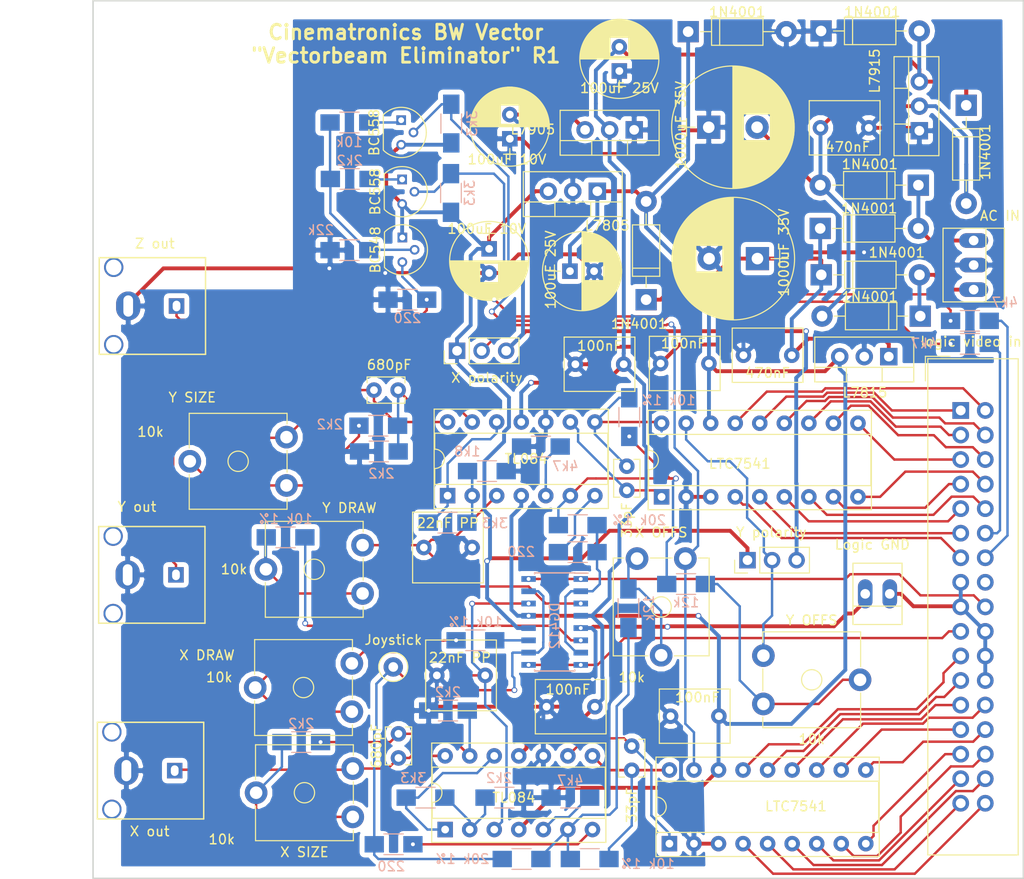
<source format=kicad_pcb>
(kicad_pcb (version 4) (host pcbnew 4.0.7-e2-6376~58~ubuntu16.04.1)
  (title_block (title "Vectorbeam eliminator") (date 2023-12-14) (rev 1.2) (company IZ8DWF) (comment 1 "Moved offset trimmer to the reference summing point"))
  (layers (0 F.Cu signal) (31 B.Cu signal) (34 B.Paste user) (35 F.Paste user) (36 B.SilkS user) (37 F.SilkS user) (38 B.Mask user) (39 F.Mask user) (44 Edge.Cuts user))
  (net 0 "")
  (net 1 +15V)
  (net 2 GND)
  (net 3 "Net-(C3-Pad1)")
  (net 4 "Net-(C3-Pad2)")
  (net 5 "Net-(C4-Pad1)")
  (net 6 "Net-(C4-Pad2)")
  (net 7 "Net-(C5-Pad1)")
  (net 8 "Net-(C6-Pad2)")
  (net 9 "Net-(C7-Pad2)")
  (net 10 "Net-(C10-Pad2)")
  (net 11 -15V)
  (net 12 +5V)
  (net 13 -5V)
  (net 14 "Net-(C17-Pad1)")
  (net 15 "Net-(C17-Pad2)")
  (net 16 "Net-(C18-Pad1)")
  (net 17 "Net-(C18-Pad2)")
  (net 18 "Net-(D1-Pad1)")
  (net 19 "Net-(D3-Pad2)")
  (net 20 /Y1)
  (net 21 /Y0)
  (net 22 /Y3)
  (net 23 /Y2)
  (net 24 /Y5)
  (net 25 /Y4)
  (net 26 /Y7)
  (net 27 /Y6)
  (net 28 /Y9)
  (net 29 /Y8)
  (net 30 /Y10)
  (net 31 /~INTFY)
  (net 32 /Y11)
  (net 33 /~BRIGHT)
  (net 34 "Net-(J1-Pad15)")
  (net 35 "Net-(J1-Pad16)")
  (net 36 /INITP)
  (net 37 /LDRAW)
  (net 38 /X0)
  (net 39 /X1)
  (net 40 /X2)
  (net 41 /X3)
  (net 42 /X4)
  (net 43 /X5)
  (net 44 /X6)
  (net 45 /X7)
  (net 46 /X8)
  (net 47 /X9)
  (net 48 /X10)
  (net 49 /X11)
  (net 50 "Net-(J5-Pad1)")
  (net 51 "Net-(J6-Pad1)")
  (net 52 "Net-(Q1-Pad2)")
  (net 53 "Net-(Q1-Pad1)")
  (net 54 "Net-(Q2-Pad2)")
  (net 55 "Net-(Q2-Pad1)")
  (net 56 "Net-(R1-Pad2)")
  (net 57 "Net-(R2-Pad2)")
  (net 58 "Net-(R3-Pad1)")
  (net 59 "Net-(R10-Pad2)")
  (net 60 "Net-(R5-Pad1)")
  (net 61 "Net-(R6-Pad2)")
  (net 62 "Net-(R7-Pad2)")
  (net 63 "Net-(R8-Pad2)")
  (net 64 "Net-(R11-Pad1)")
  (net 65 "Net-(R11-Pad2)")
  (net 66 "Net-(R12-Pad1)")
  (net 67 "Net-(R12-Pad2)")
  (net 68 "Net-(R13-Pad2)")
  (net 69 "Net-(R14-Pad2)")
  (net 70 "Net-(R15-Pad1)")
  (net 71 "Net-(R16-Pad1)")
  (net 72 "Net-(R19-Pad1)")
  (net 73 "Net-(R20-Pad1)")
  (net 74 "Net-(Q3-Pad2)")
  (net 75 "Net-(R1-Pad1)")
  (net 76 "Net-(RV1-Pad3)")
  (net 77 "Net-(RV2-Pad3)")
  (module Resistors_SMD:R_1206_HandSoldering (layer B.Cu) (at 224.282 121.158)
    (fp_text reference R7 hide)
    (fp_text value 4k7 (at 0 -1.778) (layer B.SilkS) (effects (justify mirror)))
    (pad 1 smd rect (at -2 0) (size 2 1.7) (layers B.Cu B.Paste B.Mask) (net 2 GND))
    (pad 2 smd rect (at 2 0) (size 2 1.7) (layers B.Cu B.Paste B.Mask) (net 62 "Net-(R7-Pad2)"))
  )
  (module TO_SOT_Packages_THT:TO-92_Molded_Narrow (layer F.Cu) (at 206.78 51.07 270)
    (fp_text reference Q2 hide)
    (fp_text value BC558 (at 1.27 2.79 270) (layer F.SilkS))
    (pad 2 thru_hole circle (at 1.27 -1.27) (size 1 1) (drill 0.6) (layers *.Cu *.Mask) (net 54 "Net-(Q2-Pad2)"))
    (pad 3 thru_hole circle (at 2.54 0) (size 1 1) (drill 0.6) (layers *.Cu *.Mask) (net 12 +5V))
    (pad 1 thru_hole rect (at 0 0) (size 1 1) (drill 0.6) (layers *.Cu *.Mask) (net 55 "Net-(Q2-Pad1)"))
  )
  (module Capacitors_THT:C_Rect_L7.2mm_W5.5mm_P5.00mm_FKS2_FKP2_MKS2_MKP2 (layer F.Cu) (at 238.62 76.24 180)
    (fp_text reference C1 hide)
    (fp_text value 100nF (at 2.654 2.072 180) (layer F.SilkS))
    (pad 1 thru_hole circle (at 0 0 180) (size 1.6 1.6) (drill 0.8) (layers *.Cu *.Mask) (net 1 +15V))
    (pad 2 thru_hole circle (at 5 0 180) (size 1.6 1.6) (drill 0.8) (layers *.Cu *.Mask) (net 2 GND))
  )
  (module Capacitors_THT:C_Rect_L7.2mm_W5.5mm_P5.00mm_FKS2_FKP2_MKS2_MKP2 (layer F.Cu) (at 239.65 112.73 180)
    (fp_text reference C2 hide)
    (fp_text value 100nF (at 2.23 1.94 180) (layer F.SilkS))
    (pad 1 thru_hole circle (at 0 0 180) (size 1.6 1.6) (drill 0.8) (layers *.Cu *.Mask) (net 1 +15V))
    (pad 2 thru_hole circle (at 5 0 180) (size 1.6 1.6) (drill 0.8) (layers *.Cu *.Mask) (net 2 GND))
  )
  (module Capacitors_THT:C_Disc_D3.8mm_W2.6mm_P2.50mm (layer F.Cu) (at 230.632 118.324 90)
    (fp_text reference C3 hide)
    (fp_text value 33pF (at -3.596 0 90) (layer F.SilkS))
    (pad 1 thru_hole circle (at 0 0 90) (size 1.6 1.6) (drill 0.8) (layers *.Cu *.Mask) (net 3 "Net-(C3-Pad1)"))
    (pad 2 thru_hole circle (at 2.5 0 90) (size 1.6 1.6) (drill 0.8) (layers *.Cu *.Mask) (net 4 "Net-(C3-Pad2)"))
  )
  (module Capacitors_THT:C_Disc_D3.8mm_W2.6mm_P2.50mm (layer F.Cu) (at 230.124 89.368 90)
    (fp_text reference C4 hide)
    (fp_text value 33pF (at -3.088 0 90) (layer F.SilkS))
    (pad 1 thru_hole circle (at 0 0 90) (size 1.6 1.6) (drill 0.8) (layers *.Cu *.Mask) (net 5 "Net-(C4-Pad1)"))
    (pad 2 thru_hole circle (at 2.5 0 90) (size 1.6 1.6) (drill 0.8) (layers *.Cu *.Mask) (net 6 "Net-(C4-Pad2)"))
  )
  (module Capacitors_THT:CP_Radial_D12.5mm_P5.00mm (layer F.Cu) (at 243.64 65.39 180)
    (fp_text reference C5 hide)
    (fp_text value "1000uF 35V" (at -2.74 0.62 270) (layer F.SilkS))
    (pad 1 thru_hole rect (at 0 0 180) (size 2.4 2.4) (drill 1.2) (layers *.Cu *.Mask) (net 7 "Net-(C5-Pad1)"))
    (pad 2 thru_hole circle (at 5 0 180) (size 2.4 2.4) (drill 1.2) (layers *.Cu *.Mask) (net 2 GND))
  )
  (module Capacitors_THT:CP_Radial_D12.5mm_P5.00mm (layer F.Cu) (at 238.6 51.8)
    (fp_text reference C6 hide)
    (fp_text value "1000uF 35V" (at -2.888 -0.238 90) (layer F.SilkS))
    (pad 1 thru_hole rect (at 0 0) (size 2.4 2.4) (drill 1.2) (layers *.Cu *.Mask) (net 2 GND))
    (pad 2 thru_hole circle (at 5 0) (size 2.4 2.4) (drill 1.2) (layers *.Cu *.Mask) (net 8 "Net-(C6-Pad2)"))
  )
  (module Capacitors_THT:C_Rect_L7.2mm_W7.2mm_P5.00mm_FKS2_FKP2_MKS2_MKP2 (layer F.Cu) (at 214.12 95.28 180)
    (fp_text reference C7 hide)
    (fp_text value "22nF PP" (at 2.53 2.53 180) (layer F.SilkS))
    (pad 1 thru_hole circle (at 0 0 180) (size 1.6 1.6) (drill 0.8) (layers *.Cu *.Mask) (net 2 GND))
    (pad 2 thru_hole circle (at 5 0 180) (size 1.6 1.6) (drill 0.8) (layers *.Cu *.Mask) (net 9 "Net-(C7-Pad2)"))
  )
  (module Capacitors_THT:C_Rect_L7.2mm_W5.5mm_P5.00mm_FKS2_FKP2_MKS2_MKP2 (layer F.Cu) (at 255.16 51.86 180)
    (fp_text reference C8 hide)
    (fp_text value 470nF (at 2.176 -1.988 180) (layer F.SilkS))
    (pad 1 thru_hole circle (at 0 0 180) (size 1.6 1.6) (drill 0.8) (layers *.Cu *.Mask) (net 2 GND))
    (pad 2 thru_hole circle (at 5 0 180) (size 1.6 1.6) (drill 0.8) (layers *.Cu *.Mask) (net 8 "Net-(C6-Pad2)"))
  )
  (module Capacitors_THT:C_Rect_L7.2mm_W5.5mm_P5.00mm_FKS2_FKP2_MKS2_MKP2 (layer F.Cu) (at 247.19 75.39 180)
    (fp_text reference C9 hide)
    (fp_text value 470nF (at 2.5 -1.826 180) (layer F.SilkS))
    (pad 1 thru_hole circle (at 0 0 180) (size 1.6 1.6) (drill 0.8) (layers *.Cu *.Mask) (net 7 "Net-(C5-Pad1)"))
    (pad 2 thru_hole circle (at 5 0 180) (size 1.6 1.6) (drill 0.8) (layers *.Cu *.Mask) (net 2 GND))
  )
  (module Capacitors_THT:C_Rect_L7.2mm_W7.2mm_P5.00mm_FKS2_FKP2_MKS2_MKP2 (layer F.Cu) (at 210.47 108.51)
    (fp_text reference C10 hide)
    (fp_text value "22nF PP" (at 2.382 -1.83) (layer F.SilkS))
    (pad 1 thru_hole circle (at 0 0) (size 1.6 1.6) (drill 0.8) (layers *.Cu *.Mask) (net 2 GND))
    (pad 2 thru_hole circle (at 5 0) (size 1.6 1.6) (drill 0.8) (layers *.Cu *.Mask) (net 10 "Net-(C10-Pad2)"))
  )
  (module Capacitors_THT:CP_Radial_D8.0mm_P2.50mm (layer F.Cu) (at 229.35 45.98 90)
    (fp_text reference C11 hide)
    (fp_text value "100uF 25V" (at -1.772 0.012 180) (layer F.SilkS))
    (pad 1 thru_hole rect (at 0 0 90) (size 1.6 1.6) (drill 0.8) (layers *.Cu *.Mask) (net 2 GND))
    (pad 2 thru_hole circle (at 2.5 0 90) (size 1.6 1.6) (drill 0.8) (layers *.Cu *.Mask) (net 11 -15V))
  )
  (module Capacitors_THT:C_Rect_L7.2mm_W5.5mm_P5.00mm_FKS2_FKP2_MKS2_MKP2 (layer F.Cu) (at 229.8 76.32 180)
    (fp_text reference C12 hide)
    (fp_text value 100nF (at 2.5 1.898 180) (layer F.SilkS))
    (pad 1 thru_hole circle (at 0 0 180) (size 1.6 1.6) (drill 0.8) (layers *.Cu *.Mask) (net 11 -15V))
    (pad 2 thru_hole circle (at 5 0 180) (size 1.6 1.6) (drill 0.8) (layers *.Cu *.Mask) (net 2 GND))
  )
  (module Capacitors_THT:C_Rect_L7.2mm_W5.5mm_P5.00mm_FKS2_FKP2_MKS2_MKP2 (layer F.Cu) (at 226.82 111.75 180)
    (fp_text reference C13 hide)
    (fp_text value 100nF (at 2.792 1.768 180) (layer F.SilkS))
    (pad 1 thru_hole circle (at 0 0 180) (size 1.6 1.6) (drill 0.8) (layers *.Cu *.Mask) (net 11 -15V))
    (pad 2 thru_hole circle (at 5 0 180) (size 1.6 1.6) (drill 0.8) (layers *.Cu *.Mask) (net 2 GND))
  )
  (module Capacitors_THT:CP_Radial_D8.0mm_P2.50mm (layer F.Cu) (at 224.24 66.69)
    (fp_text reference C14 hide)
    (fp_text value "100uF 25V" (at -1.99 -0.142 90) (layer F.SilkS))
    (pad 1 thru_hole rect (at 0 0) (size 1.6 1.6) (drill 0.8) (layers *.Cu *.Mask) (net 1 +15V))
    (pad 2 thru_hole circle (at 2.5 0) (size 1.6 1.6) (drill 0.8) (layers *.Cu *.Mask) (net 2 GND))
  )
  (module Capacitors_THT:CP_Radial_D8.0mm_P2.50mm (layer F.Cu) (at 215.88 64.38 270)
    (fp_text reference C15 hide)
    (fp_text value "100uF 10V" (at -2.07 0.24 360) (layer F.SilkS))
    (pad 1 thru_hole rect (at 0 0 270) (size 1.6 1.6) (drill 0.8) (layers *.Cu *.Mask) (net 12 +5V))
    (pad 2 thru_hole circle (at 2.5 0 270) (size 1.6 1.6) (drill 0.8) (layers *.Cu *.Mask) (net 2 GND))
  )
  (module Capacitors_THT:CP_Radial_D8.0mm_P2.50mm (layer F.Cu) (at 218.02 52.99 90)
    (fp_text reference C16 hide)
    (fp_text value "100uF 10V" (at -2.14 -0.29 180) (layer F.SilkS))
    (pad 1 thru_hole rect (at 0 0 90) (size 1.6 1.6) (drill 0.8) (layers *.Cu *.Mask) (net 2 GND))
    (pad 2 thru_hole circle (at 2.5 0 90) (size 1.6 1.6) (drill 0.8) (layers *.Cu *.Mask) (net 13 -5V))
  )
  (module Capacitors_THT:C_Disc_D3.8mm_W2.6mm_P2.50mm (layer F.Cu) (at 206.462 78.994 180)
    (fp_text reference C17 hide)
    (fp_text value 680pF (at 0.924 2.61 180) (layer F.SilkS))
    (pad 1 thru_hole circle (at 0 0 180) (size 1.6 1.6) (drill 0.8) (layers *.Cu *.Mask) (net 14 "Net-(C17-Pad1)"))
    (pad 2 thru_hole circle (at 2.5 0 180) (size 1.6 1.6) (drill 0.8) (layers *.Cu *.Mask) (net 15 "Net-(C17-Pad2)"))
  )
  (module Capacitors_THT:C_Disc_D3.8mm_W2.6mm_P2.50mm (layer F.Cu) (at 206.502 114.554 270)
    (fp_text reference C18 hide)
    (fp_text value 680pF (at 1.27 2.286 270) (layer F.SilkS))
    (pad 1 thru_hole circle (at 0 0 270) (size 1.6 1.6) (drill 0.8) (layers *.Cu *.Mask) (net 16 "Net-(C18-Pad1)"))
    (pad 2 thru_hole circle (at 2.5 0 270) (size 1.6 1.6) (drill 0.8) (layers *.Cu *.Mask) (net 17 "Net-(C18-Pad2)"))
  )
  (module Diodes_THT:D_DO-41_SOD81_P10.16mm_Horizontal (layer F.Cu) (at 260.48 71.34 180)
    (fp_text reference D1 hide)
    (fp_text value 1N4001 (at 5.21 1.998 180) (layer F.SilkS))
    (pad 1 thru_hole rect (at 0 0 180) (size 2.2 2.2) (drill 1.1) (layers *.Cu *.Mask) (net 18 "Net-(D1-Pad1)"))
    (pad 2 thru_hole oval (at 10.16 0 180) (size 2.2 2.2) (drill 1.1) (layers *.Cu *.Mask) (net 8 "Net-(C6-Pad2)"))
  )
  (module Diodes_THT:D_DO-41_SOD81_P10.16mm_Horizontal (layer F.Cu) (at 250.24 67.07)
    (fp_text reference D2 hide)
    (fp_text value 1N4001 (at 7.824 -2.3) (layer F.SilkS))
    (pad 1 thru_hole rect (at 0 0) (size 2.2 2.2) (drill 1.1) (layers *.Cu *.Mask) (net 7 "Net-(C5-Pad1)"))
    (pad 2 thru_hole oval (at 10.16 0) (size 2.2 2.2) (drill 1.1) (layers *.Cu *.Mask) (net 18 "Net-(D1-Pad1)"))
  )
  (module Diodes_THT:D_DO-41_SOD81_P10.16mm_Horizontal (layer F.Cu) (at 250.13 62.27)
    (fp_text reference D3 hide)
    (fp_text value 1N4001 (at 5.08 -2.072) (layer F.SilkS))
    (pad 1 thru_hole rect (at 0 0) (size 2.2 2.2) (drill 1.1) (layers *.Cu *.Mask) (net 7 "Net-(C5-Pad1)"))
    (pad 2 thru_hole oval (at 10.16 0) (size 2.2 2.2) (drill 1.1) (layers *.Cu *.Mask) (net 19 "Net-(D3-Pad2)"))
  )
  (module Diodes_THT:D_DO-41_SOD81_P10.16mm_Horizontal (layer F.Cu) (at 260.29 57.79 180)
    (fp_text reference D4 hide)
    (fp_text value 1N4001 (at 5.02 2.164 180) (layer F.SilkS))
    (pad 1 thru_hole rect (at 0 0 180) (size 2.2 2.2) (drill 1.1) (layers *.Cu *.Mask) (net 19 "Net-(D3-Pad2)"))
    (pad 2 thru_hole oval (at 10.16 0 180) (size 2.2 2.2) (drill 1.1) (layers *.Cu *.Mask) (net 8 "Net-(C6-Pad2)"))
  )
  (module Diodes_THT:D_DO-41_SOD81_P10.16mm_Horizontal (layer F.Cu) (at 232.12 69.64 90)
    (fp_text reference D5 hide)
    (fp_text value 1N4001 (at -2.496 -0.726 180) (layer F.SilkS))
    (pad 1 thru_hole rect (at 0 0 90) (size 2.2 2.2) (drill 1.1) (layers *.Cu *.Mask) (net 7 "Net-(C5-Pad1)"))
    (pad 2 thru_hole oval (at 10.16 0 90) (size 2.2 2.2) (drill 1.1) (layers *.Cu *.Mask) (net 1 +15V))
  )
  (module Diodes_THT:D_DO-41_SOD81_P10.16mm_Horizontal (layer F.Cu) (at 265.24 49.53 270)
    (fp_text reference D6 hide)
    (fp_text value 1N4001 (at 4.824 -1.968 270) (layer F.SilkS))
    (pad 1 thru_hole rect (at 0 0 270) (size 2.2 2.2) (drill 1.1) (layers *.Cu *.Mask) (net 11 -15V))
    (pad 2 thru_hole oval (at 10.16 0 270) (size 2.2 2.2) (drill 1.1) (layers *.Cu *.Mask) (net 8 "Net-(C6-Pad2)"))
  )
  (module Diodes_THT:D_DO-41_SOD81_P10.16mm_Horizontal (layer F.Cu) (at 250.22 41.84)
    (fp_text reference D7 hide)
    (fp_text value 1N4001 (at 5.304 -1.962) (layer F.SilkS))
    (pad 1 thru_hole rect (at 0 0) (size 2.2 2.2) (drill 1.1) (layers *.Cu *.Mask) (net 2 GND))
    (pad 2 thru_hole oval (at 10.16 0) (size 2.2 2.2) (drill 1.1) (layers *.Cu *.Mask) (net 11 -15V))
  )
  (module Diodes_THT:D_DO-41_SOD81_P10.16mm_Horizontal (layer F.Cu) (at 236.47 41.91)
    (fp_text reference D8 hide)
    (fp_text value 1N4001 (at 5.08 -2.032) (layer F.SilkS))
    (pad 1 thru_hole rect (at 0 0) (size 2.2 2.2) (drill 1.1) (layers *.Cu *.Mask) (net 1 +15V))
    (pad 2 thru_hole oval (at 10.16 0) (size 2.2 2.2) (drill 1.1) (layers *.Cu *.Mask) (net 2 GND))
  )
  (module Connectors_IDC:IDC-Header_2x17_Pitch2.54mm_Straight (layer F.Cu) (at 264.67 81.1)
    (fp_text reference J1 hide)
    (fp_text value "logic video in" (at 1.07 -7.12) (layer F.SilkS))
    (pad 1 thru_hole rect (at 0 0) (size 1.7272 1.7272) (drill 1.016) (layers *.Cu *.Mask) (net 20 /Y1))
    (pad 2 thru_hole oval (at 2.54 0) (size 1.7272 1.7272) (drill 1.016) (layers *.Cu *.Mask) (net 21 /Y0))
    (pad 3 thru_hole oval (at 0 2.54) (size 1.7272 1.7272) (drill 1.016) (layers *.Cu *.Mask) (net 22 /Y3))
    (pad 4 thru_hole oval (at 2.54 2.54) (size 1.7272 1.7272) (drill 1.016) (layers *.Cu *.Mask) (net 23 /Y2))
    (pad 5 thru_hole oval (at 0 5.08) (size 1.7272 1.7272) (drill 1.016) (layers *.Cu *.Mask) (net 24 /Y5))
    (pad 6 thru_hole oval (at 2.54 5.08) (size 1.7272 1.7272) (drill 1.016) (layers *.Cu *.Mask) (net 25 /Y4))
    (pad 7 thru_hole oval (at 0 7.62) (size 1.7272 1.7272) (drill 1.016) (layers *.Cu *.Mask) (net 26 /Y7))
    (pad 8 thru_hole oval (at 2.54 7.62) (size 1.7272 1.7272) (drill 1.016) (layers *.Cu *.Mask) (net 27 /Y6))
    (pad 9 thru_hole oval (at 0 10.16) (size 1.7272 1.7272) (drill 1.016) (layers *.Cu *.Mask) (net 28 /Y9))
    (pad 10 thru_hole oval (at 2.54 10.16) (size 1.7272 1.7272) (drill 1.016) (layers *.Cu *.Mask) (net 29 /Y8))
    (pad 11 thru_hole oval (at 0 12.7) (size 1.7272 1.7272) (drill 1.016) (layers *.Cu *.Mask) (net 30 /Y10))
    (pad 12 thru_hole oval (at 2.54 12.7) (size 1.7272 1.7272) (drill 1.016) (layers *.Cu *.Mask) (net 31 /~INTFY))
    (pad 13 thru_hole oval (at 0 15.24) (size 1.7272 1.7272) (drill 1.016) (layers *.Cu *.Mask) (net 32 /Y11))
    (pad 14 thru_hole oval (at 2.54 15.24) (size 1.7272 1.7272) (drill 1.016) (layers *.Cu *.Mask) (net 33 /~BRIGHT))
    (pad 15 thru_hole oval (at 0 17.78) (size 1.7272 1.7272) (drill 1.016) (layers *.Cu *.Mask) (net 34 "Net-(J1-Pad15)"))
    (pad 16 thru_hole oval (at 2.54 17.78) (size 1.7272 1.7272) (drill 1.016) (layers *.Cu *.Mask) (net 35 "Net-(J1-Pad16)"))
    (pad 17 thru_hole oval (at 0 20.32) (size 1.7272 1.7272) (drill 1.016) (layers *.Cu *.Mask) (net 34 "Net-(J1-Pad15)"))
    (pad 18 thru_hole oval (at 2.54 20.32) (size 1.7272 1.7272) (drill 1.016) (layers *.Cu *.Mask) (net 36 /INITP))
    (pad 19 thru_hole oval (at 0 22.86) (size 1.7272 1.7272) (drill 1.016) (layers *.Cu *.Mask) (net 37 /LDRAW))
    (pad 20 thru_hole oval (at 2.54 22.86) (size 1.7272 1.7272) (drill 1.016) (layers *.Cu *.Mask) (net 34 "Net-(J1-Pad15)"))
    (pad 21 thru_hole oval (at 0 25.4) (size 1.7272 1.7272) (drill 1.016) (layers *.Cu *.Mask) (net 38 /X0))
    (pad 22 thru_hole oval (at 2.54 25.4) (size 1.7272 1.7272) (drill 1.016) (layers *.Cu *.Mask) (net 34 "Net-(J1-Pad15)"))
    (pad 23 thru_hole oval (at 0 27.94) (size 1.7272 1.7272) (drill 1.016) (layers *.Cu *.Mask) (net 39 /X1))
    (pad 24 thru_hole oval (at 2.54 27.94) (size 1.7272 1.7272) (drill 1.016) (layers *.Cu *.Mask) (net 34 "Net-(J1-Pad15)"))
    (pad 25 thru_hole oval (at 0 30.48) (size 1.7272 1.7272) (drill 1.016) (layers *.Cu *.Mask) (net 40 /X2))
    (pad 26 thru_hole oval (at 2.54 30.48) (size 1.7272 1.7272) (drill 1.016) (layers *.Cu *.Mask) (net 41 /X3))
    (pad 27 thru_hole oval (at 0 33.02) (size 1.7272 1.7272) (drill 1.016) (layers *.Cu *.Mask) (net 42 /X4))
    (pad 28 thru_hole oval (at 2.54 33.02) (size 1.7272 1.7272) (drill 1.016) (layers *.Cu *.Mask) (net 43 /X5))
    (pad 29 thru_hole oval (at 0 35.56) (size 1.7272 1.7272) (drill 1.016) (layers *.Cu *.Mask) (net 44 /X6))
    (pad 30 thru_hole oval (at 2.54 35.56) (size 1.7272 1.7272) (drill 1.016) (layers *.Cu *.Mask) (net 45 /X7))
    (pad 31 thru_hole oval (at 0 38.1) (size 1.7272 1.7272) (drill 1.016) (layers *.Cu *.Mask) (net 46 /X8))
    (pad 32 thru_hole oval (at 2.54 38.1) (size 1.7272 1.7272) (drill 1.016) (layers *.Cu *.Mask) (net 47 /X9))
    (pad 33 thru_hole oval (at 0 40.64) (size 1.7272 1.7272) (drill 1.016) (layers *.Cu *.Mask) (net 48 /X10))
    (pad 34 thru_hole oval (at 2.54 40.64) (size 1.7272 1.7272) (drill 1.016) (layers *.Cu *.Mask) (net 49 /X11))
  )
  (module Connectors:PINHEAD1-3 (layer F.Cu) (at 266.01 63.52 270)
    (fp_text reference J2 hide)
    (fp_text value "AC IN" (at -2.56 -2.722 540) (layer F.SilkS))
    (pad 1 thru_hole oval (at 0 0 270) (size 1.51 3.01) (drill 1) (layers *.Cu *.Mask) (net 19 "Net-(D3-Pad2)"))
    (pad 2 thru_hole oval (at 2.54 0 270) (size 1.51 3.01) (drill 1) (layers *.Cu *.Mask) (net 2 GND))
    (pad 3 thru_hole oval (at 5.08 0 270) (size 1.51 3.01) (drill 1) (layers *.Cu *.Mask) (net 18 "Net-(D1-Pad1)"))
  )
  (module local-footprints:phono_single_angled (layer F.Cu) (at 180.98 98.11 90)
    (fp_text reference J3 hide)
    (fp_text value "Y out" (at 7.04 -1.54 180) (layer F.SilkS))
    (pad 1 thru_hole rect (at 0 2.5 90) (size 1.6 1.6) (drill oval 1.1 0.8) (layers *.Cu *.Mask) (net 15 "Net-(C17-Pad2)"))
    (pad 2 thru_hole oval (at 0 -2.5 90) (size 3 2.5) (drill oval 2.2 1) (layers *.Cu *.Mask) (net 2 GND))
    (pad "" np_thru_hole circle (at 4 -4 90) (size 2 2) (drill 1.6) (layers *.Cu *.Mask))
    (pad "" np_thru_hole circle (at -4 -4 90) (size 2 2) (drill 1.6) (layers *.Cu *.Mask))
  )
  (module local-footprints:phono_single_angled (layer F.Cu) (at 180.848 118.364 90)
    (fp_text reference J4 hide)
    (fp_text value "X out" (at -6.28 -0.09 180) (layer F.SilkS))
    (pad 1 thru_hole rect (at 0 2.5 90) (size 1.6 1.6) (drill oval 1.1 0.8) (layers *.Cu *.Mask) (net 17 "Net-(C18-Pad2)"))
    (pad 2 thru_hole oval (at 0 -2.5 90) (size 3 2.5) (drill oval 2.2 1) (layers *.Cu *.Mask) (net 2 GND))
    (pad "" np_thru_hole circle (at 4 -4 90) (size 2 2) (drill 1.6) (layers *.Cu *.Mask))
    (pad "" np_thru_hole circle (at -4 -4 90) (size 2 2) (drill 1.6) (layers *.Cu *.Mask))
  )
  (module local-footprints:phono_single_angled (layer F.Cu) (at 181.038 70.294 90)
    (fp_text reference J5 hide)
    (fp_text value "Z out" (at 6.46 0.25 180) (layer F.SilkS))
    (pad 1 thru_hole rect (at 0 2.5 90) (size 1.6 1.6) (drill oval 1.1 0.8) (layers *.Cu *.Mask) (net 50 "Net-(J5-Pad1)"))
    (pad 2 thru_hole oval (at 0 -2.5 90) (size 3 2.5) (drill oval 2.2 1) (layers *.Cu *.Mask) (net 2 GND))
    (pad "" np_thru_hole circle (at 4 -4 90) (size 2 2) (drill 1.6) (layers *.Cu *.Mask))
    (pad "" np_thru_hole circle (at -4 -4 90) (size 2 2) (drill 1.6) (layers *.Cu *.Mask))
  )
  (module Connectors_TestPoints:Test_Point_Loop_D2.50mm_Drill1.0mm (layer F.Cu) (at 205.96 107.64)
    (fp_text reference J6 hide)
    (fp_text value Joystick (at 0 -2.8) (layer F.SilkS))
    (pad 1 thru_hole circle (at 0 0) (size 2 2) (drill 1) (layers *.Cu *.Mask) (net 51 "Net-(J6-Pad1)"))
  )
  (module Connectors:PINHEAD1-2 (layer F.Cu) (at 257.33 100.076 180)
    (fp_text reference JP1 hide)
    (fp_text value "Logic GND" (at 1.806 5.094 180) (layer F.SilkS))
    (pad 1 thru_hole oval (at 0 0 180) (size 1.51 3.01) (drill 1) (layers *.Cu *.Mask) (net 34 "Net-(J1-Pad15)"))
    (pad 2 thru_hole oval (at 2.54 0 180) (size 1.51 3.01) (drill 1) (layers *.Cu *.Mask) (net 2 GND))
  )
  (module TO_SOT_Packages_THT:TO-92_Molded_Narrow (layer F.Cu) (at 206.88 57.2 270)
    (fp_text reference Q1 hide)
    (fp_text value BC558 (at 1.27 2.79 270) (layer F.SilkS))
    (pad 2 thru_hole circle (at 1.27 -1.27) (size 1 1) (drill 0.6) (layers *.Cu *.Mask) (net 52 "Net-(Q1-Pad2)"))
    (pad 3 thru_hole circle (at 2.54 0) (size 1 1) (drill 0.6) (layers *.Cu *.Mask) (net 12 +5V))
    (pad 1 thru_hole rect (at 0 0) (size 1 1) (drill 0.6) (layers *.Cu *.Mask) (net 53 "Net-(Q1-Pad1)"))
  )
  (module TO_SOT_Packages_THT:TO-92_Molded_Narrow (layer F.Cu) (at 206.9 63.21 270)
    (fp_text reference Q3 hide)
    (fp_text value BC548 (at 1.27 2.79 270) (layer F.SilkS))
    (pad 2 thru_hole circle (at 1.27 -1.27) (size 1 1) (drill 0.6) (layers *.Cu *.Mask) (net 74 "Net-(Q3-Pad2)"))
    (pad 3 thru_hole circle (at 2.54 0) (size 1 1) (drill 0.6) (layers *.Cu *.Mask) (net 50 "Net-(J5-Pad1)"))
    (pad 1 thru_hole rect (at 0 0) (size 1 1) (drill 0.6) (layers *.Cu *.Mask) (net 12 +5V))
  )
  (module Resistors_SMD:R_1206_HandSoldering (layer B.Cu) (at 225.044 95.758 180)
    (fp_text reference R1 hide)
    (fp_text value 220 (at 5.858 0.03 180) (layer B.SilkS) (effects (justify mirror)))
    (pad 1 smd rect (at -2 0 180) (size 2 1.7) (layers B.Cu B.Paste B.Mask) (net 75 "Net-(R1-Pad1)"))
    (pad 2 smd rect (at 2 0 180) (size 2 1.7) (layers B.Cu B.Paste B.Mask) (net 56 "Net-(R1-Pad2)"))
  )
  (module Resistors_SMD:R_1206_HandSoldering (layer B.Cu) (at 205.994 125.984)
    (fp_text reference R2 hide)
    (fp_text value 220 (at -0.254 2.286) (layer B.SilkS) (effects (justify mirror)))
    (pad 1 smd rect (at -2 0) (size 2 1.7) (layers B.Cu B.Paste B.Mask) (net 51 "Net-(J6-Pad1)"))
    (pad 2 smd rect (at 2 0) (size 2 1.7) (layers B.Cu B.Paste B.Mask) (net 57 "Net-(R2-Pad2)"))
  )
  (module Resistors_SMD:R_1206_HandSoldering (layer B.Cu) (at 236.252 99.06 180)
    (fp_text reference R3 hide)
    (fp_text value 12k (at 0 -1.9 180) (layer B.SilkS) (effects (justify mirror)))
    (pad 1 smd rect (at -2 0 180) (size 2 1.7) (layers B.Cu B.Paste B.Mask) (net 58 "Net-(R3-Pad1)"))
    (pad 2 smd rect (at 2 0 180) (size 2 1.7) (layers B.Cu B.Paste B.Mask) (net 59 "Net-(R10-Pad2)"))
  )
  (module Resistors_SMD:R_1206_HandSoldering (layer B.Cu) (at 230.378 81.788 90)
    (fp_text reference R4 hide)
    (fp_text value "10k 1%" (at 1.746 4.064 180) (layer B.SilkS) (effects (justify mirror)))
    (pad 1 smd rect (at -2 0 90) (size 2 1.7) (layers B.Cu B.Paste B.Mask) (net 59 "Net-(R10-Pad2)"))
    (pad 2 smd rect (at 2 0 90) (size 2 1.7) (layers B.Cu B.Paste B.Mask) (net 6 "Net-(C4-Pad2)"))
  )
  (module Resistors_SMD:R_1206_HandSoldering (layer B.Cu) (at 226.282 127.508)
    (fp_text reference R5 hide)
    (fp_text value "10k 1%" (at 6.01 0.508) (layer B.SilkS) (effects (justify mirror)))
    (pad 1 smd rect (at -2 0) (size 2 1.7) (layers B.Cu B.Paste B.Mask) (net 60 "Net-(R5-Pad1)"))
    (pad 2 smd rect (at 2 0) (size 2 1.7) (layers B.Cu B.Paste B.Mask) (net 3 "Net-(C3-Pad1)"))
  )
  (module Resistors_SMD:R_1206_HandSoldering (layer B.Cu) (at 230.29 101.57 90)
    (fp_text reference R6 hide)
    (fp_text value 12k (at 0 2.12 90) (layer B.SilkS) (effects (justify mirror)))
    (pad 1 smd rect (at -2 0 90) (size 2 1.7) (layers B.Cu B.Paste B.Mask) (net 60 "Net-(R5-Pad1)"))
    (pad 2 smd rect (at 2 0 90) (size 2 1.7) (layers B.Cu B.Paste B.Mask) (net 61 "Net-(R6-Pad2)"))
  )
  (module Resistors_SMD:R_1206_HandSoldering (layer B.Cu) (at 221.234 84.836)
    (fp_text reference R8 hide)
    (fp_text value 4k7 (at 2.54 2.032) (layer B.SilkS) (effects (justify mirror)))
    (pad 1 smd rect (at -2 0) (size 2 1.7) (layers B.Cu B.Paste B.Mask) (net 2 GND))
    (pad 2 smd rect (at 2 0) (size 2 1.7) (layers B.Cu B.Paste B.Mask) (net 63 "Net-(R8-Pad2)"))
  )
  (module Resistors_SMD:R_1206_HandSoldering (layer B.Cu) (at 219.234 127.508)
    (fp_text reference R9 hide)
    (fp_text value "20k 1%" (at -6.128 0) (layer B.SilkS) (effects (justify mirror)))
    (pad 1 smd rect (at -2 0) (size 2 1.7) (layers B.Cu B.Paste B.Mask) (net 51 "Net-(J6-Pad1)"))
    (pad 2 smd rect (at 2 0) (size 2 1.7) (layers B.Cu B.Paste B.Mask) (net 60 "Net-(R5-Pad1)"))
  )
  (module Resistors_SMD:R_1206_HandSoldering (layer B.Cu) (at 225.044 92.964 180)
    (fp_text reference R10 hide)
    (fp_text value "20k 1%" (at -6.35 0.508 180) (layer B.SilkS) (effects (justify mirror)))
    (pad 1 smd rect (at -2 0 180) (size 2 1.7) (layers B.Cu B.Paste B.Mask) (net 75 "Net-(R1-Pad1)"))
    (pad 2 smd rect (at 2 0 180) (size 2 1.7) (layers B.Cu B.Paste B.Mask) (net 59 "Net-(R10-Pad2)"))
  )
  (module Resistors_SMD:R_1206_HandSoldering (layer B.Cu) (at 194.818 94.23)
    (fp_text reference R11 hide)
    (fp_text value "10k 1%" (at 0 -1.9) (layer B.SilkS) (effects (justify mirror)))
    (pad 1 smd rect (at -2 0) (size 2 1.7) (layers B.Cu B.Paste B.Mask) (net 64 "Net-(R11-Pad1)"))
    (pad 2 smd rect (at 2 0) (size 2 1.7) (layers B.Cu B.Paste B.Mask) (net 65 "Net-(R11-Pad2)"))
  )
  (module Resistors_SMD:R_1206_HandSoldering (layer B.Cu) (at 214.46 104.88)
    (fp_text reference R12 hide)
    (fp_text value "10k 1%" (at 0 -1.9) (layer B.SilkS) (effects (justify mirror)))
    (pad 1 smd rect (at -2 0) (size 2 1.7) (layers B.Cu B.Paste B.Mask) (net 66 "Net-(R12-Pad1)"))
    (pad 2 smd rect (at 2 0) (size 2 1.7) (layers B.Cu B.Paste B.Mask) (net 67 "Net-(R12-Pad2)"))
  )
  (module Resistors_SMD:R_1206_HandSoldering (layer B.Cu) (at 215.646 87.376 180)
    (fp_text reference R13 hide)
    (fp_text value 1k8 (at 2.032 2.032 180) (layer B.SilkS) (effects (justify mirror)))
    (pad 1 smd rect (at -2 0 180) (size 2 1.7) (layers B.Cu B.Paste B.Mask) (net 2 GND))
    (pad 2 smd rect (at 2 0 180) (size 2 1.7) (layers B.Cu B.Paste B.Mask) (net 68 "Net-(R13-Pad2)"))
  )
  (module Resistors_SMD:R_1206_HandSoldering (layer B.Cu) (at 217.456 121.158 180)
    (fp_text reference R14 hide)
    (fp_text value 2k2 (at 0.54 2.032 180) (layer B.SilkS) (effects (justify mirror)))
    (pad 1 smd rect (at -2 0 180) (size 2 1.7) (layers B.Cu B.Paste B.Mask) (net 2 GND))
    (pad 2 smd rect (at 2 0 180) (size 2 1.7) (layers B.Cu B.Paste B.Mask) (net 69 "Net-(R14-Pad2)"))
  )
  (module Resistors_SMD:R_1206_HandSoldering (layer B.Cu) (at 211.582 92.71)
    (fp_text reference R15 hide)
    (fp_text value 3k3 (at 4.888 0.062) (layer B.SilkS) (effects (justify mirror)))
    (pad 1 smd rect (at -2 0) (size 2 1.7) (layers B.Cu B.Paste B.Mask) (net 70 "Net-(R15-Pad1)"))
    (pad 2 smd rect (at 2 0) (size 2 1.7) (layers B.Cu B.Paste B.Mask) (net 68 "Net-(R13-Pad2)"))
  )
  (module Resistors_SMD:R_1206_HandSoldering (layer B.Cu) (at 209.296 121.158)
    (fp_text reference R16 hide)
    (fp_text value 3k3 (at -1.27 -2.032) (layer B.SilkS) (effects (justify mirror)))
    (pad 1 smd rect (at -2 0) (size 2 1.7) (layers B.Cu B.Paste B.Mask) (net 71 "Net-(R16-Pad1)"))
    (pad 2 smd rect (at 2 0) (size 2 1.7) (layers B.Cu B.Paste B.Mask) (net 69 "Net-(R14-Pad2)"))
  )
  (module Resistors_SMD:R_1206_HandSoldering (layer B.Cu) (at 204.47 85.344)
    (fp_text reference R17 hide)
    (fp_text value 2k2 (at 0.254 2.286) (layer B.SilkS) (effects (justify mirror)))
    (pad 1 smd rect (at -2 0) (size 2 1.7) (layers B.Cu B.Paste B.Mask) (net 2 GND))
    (pad 2 smd rect (at 2 0) (size 2 1.7) (layers B.Cu B.Paste B.Mask) (net 14 "Net-(C17-Pad1)"))
  )
  (module Resistors_SMD:R_1206_HandSoldering (layer B.Cu) (at 211.62 112.15)
    (fp_text reference R18 hide)
    (fp_text value 2k2 (at 0 -1.9) (layer B.SilkS) (effects (justify mirror)))
    (pad 1 smd rect (at -2 0) (size 2 1.7) (layers B.Cu B.Paste B.Mask) (net 2 GND))
    (pad 2 smd rect (at 2 0) (size 2 1.7) (layers B.Cu B.Paste B.Mask) (net 16 "Net-(C18-Pad1)"))
  )
  (module Resistors_SMD:R_1206_HandSoldering (layer B.Cu) (at 204.41 82.68)
    (fp_text reference R19 hide)
    (fp_text value 2k2 (at -5.02 -0.13) (layer B.SilkS) (effects (justify mirror)))
    (pad 1 smd rect (at -2 0) (size 2 1.7) (layers B.Cu B.Paste B.Mask) (net 72 "Net-(R19-Pad1)"))
    (pad 2 smd rect (at 2 0) (size 2 1.7) (layers B.Cu B.Paste B.Mask) (net 14 "Net-(C17-Pad1)"))
  )
  (module Resistors_SMD:R_1206_HandSoldering (layer B.Cu) (at 196.44 115.41)
    (fp_text reference R20 hide)
    (fp_text value 2k2 (at 0 -1.9) (layer B.SilkS) (effects (justify mirror)))
    (pad 1 smd rect (at -2 0) (size 2 1.7) (layers B.Cu B.Paste B.Mask) (net 73 "Net-(R20-Pad1)"))
    (pad 2 smd rect (at 2 0) (size 2 1.7) (layers B.Cu B.Paste B.Mask) (net 16 "Net-(C18-Pad1)"))
  )
  (module Resistors_SMD:R_1206_HandSoldering (layer B.Cu) (at 265.62 71.83)
    (fp_text reference R21 hide)
    (fp_text value 4k7 (at 3.62 -1.9) (layer B.SilkS) (effects (justify mirror)))
    (pad 1 smd rect (at -2 0) (size 2 1.7) (layers B.Cu B.Paste B.Mask) (net 52 "Net-(Q1-Pad2)"))
    (pad 2 smd rect (at 2 0) (size 2 1.7) (layers B.Cu B.Paste B.Mask) (net 33 /~BRIGHT))
  )
  (module Resistors_SMD:R_1206_HandSoldering (layer B.Cu) (at 211.93 58.6 90)
    (fp_text reference R22 hide)
    (fp_text value 3k3 (at 0 1.938 90) (layer B.SilkS) (effects (justify mirror)))
    (pad 1 smd rect (at -2 0 90) (size 2 1.7) (layers B.Cu B.Paste B.Mask) (net 12 +5V))
    (pad 2 smd rect (at 2 0 90) (size 2 1.7) (layers B.Cu B.Paste B.Mask) (net 52 "Net-(Q1-Pad2)"))
  )
  (module Resistors_SMD:R_1206_HandSoldering (layer B.Cu) (at 265.62 74.21)
    (fp_text reference R23 hide)
    (fp_text value 4k7 (at -4.762 -0.042) (layer B.SilkS) (effects (justify mirror)))
    (pad 1 smd rect (at -2 0) (size 2 1.7) (layers B.Cu B.Paste B.Mask) (net 54 "Net-(Q2-Pad2)"))
    (pad 2 smd rect (at 2 0) (size 2 1.7) (layers B.Cu B.Paste B.Mask) (net 31 /~INTFY))
  )
  (module Resistors_SMD:R_1206_HandSoldering (layer B.Cu) (at 211.96 51.42 90)
    (fp_text reference R24 hide)
    (fp_text value 3k3 (at 0 2.162 90) (layer B.SilkS) (effects (justify mirror)))
    (pad 1 smd rect (at -2 0 90) (size 2 1.7) (layers B.Cu B.Paste B.Mask) (net 12 +5V))
    (pad 2 smd rect (at 2 0 90) (size 2 1.7) (layers B.Cu B.Paste B.Mask) (net 54 "Net-(Q2-Pad2)"))
  )
  (module Resistors_SMD:R_1206_HandSoldering (layer B.Cu) (at 201.454 57.15)
    (fp_text reference R25 hide)
    (fp_text value 2k2 (at 0 -1.9) (layer B.SilkS) (effects (justify mirror)))
    (pad 1 smd rect (at -2 0) (size 2 1.7) (layers B.Cu B.Paste B.Mask) (net 74 "Net-(Q3-Pad2)"))
    (pad 2 smd rect (at 2 0) (size 2 1.7) (layers B.Cu B.Paste B.Mask) (net 53 "Net-(Q1-Pad1)"))
  )
  (module Resistors_SMD:R_1206_HandSoldering (layer B.Cu) (at 201.422 51.308)
    (fp_text reference R26 hide)
    (fp_text value 10k (at 0 2.032) (layer B.SilkS) (effects (justify mirror)))
    (pad 1 smd rect (at -2 0) (size 2 1.7) (layers B.Cu B.Paste B.Mask) (net 74 "Net-(Q3-Pad2)"))
    (pad 2 smd rect (at 2 0) (size 2 1.7) (layers B.Cu B.Paste B.Mask) (net 55 "Net-(Q2-Pad1)"))
  )
  (module Resistors_SMD:R_1206_HandSoldering (layer B.Cu) (at 201.422 64.516 180)
    (fp_text reference R27 hide)
    (fp_text value 22k (at 2.952 2.08 180) (layer B.SilkS) (effects (justify mirror)))
    (pad 1 smd rect (at -2 0 180) (size 2 1.7) (layers B.Cu B.Paste B.Mask) (net 74 "Net-(Q3-Pad2)"))
    (pad 2 smd rect (at 2 0 180) (size 2 1.7) (layers B.Cu B.Paste B.Mask) (net 2 GND))
  )
  (module Resistors_SMD:R_1206_HandSoldering (layer B.Cu) (at 207.42 69.64 180)
    (fp_text reference R28 hide)
    (fp_text value 220 (at 0 -1.9 180) (layer B.SilkS) (effects (justify mirror)))
    (pad 1 smd rect (at -2 0 180) (size 2 1.7) (layers B.Cu B.Paste B.Mask) (net 50 "Net-(J5-Pad1)"))
    (pad 2 smd rect (at 2 0 180) (size 2 1.7) (layers B.Cu B.Paste B.Mask) (net 2 GND))
  )
  (module Pin_Headers:Pin_Header_Straight_1x03_Pitch2.54mm (layer F.Cu) (at 212.56 74.93 90)
    (fp_text reference SW1 hide)
    (fp_text value "X polarity" (at -2.794 3.086 180) (layer F.SilkS))
    (pad 1 thru_hole rect (at 0 0 90) (size 1.7 1.7) (drill 1) (layers *.Cu *.Mask) (net 12 +5V))
    (pad 2 thru_hole oval (at 0 2.54 90) (size 1.7 1.7) (drill 1) (layers *.Cu *.Mask) (net 76 "Net-(RV1-Pad3)"))
    (pad 3 thru_hole oval (at 0 5.08 90) (size 1.7 1.7) (drill 1) (layers *.Cu *.Mask) (net 13 -5V))
  )
  (module Pin_Headers:Pin_Header_Straight_1x03_Pitch2.54mm (layer F.Cu) (at 242.61 96.59 90)
    (fp_text reference SW2 hide)
    (fp_text value "Y polarity" (at 2.88 2.47 180) (layer F.SilkS))
    (pad 1 thru_hole rect (at 0 0 90) (size 1.7 1.7) (drill 1) (layers *.Cu *.Mask) (net 12 +5V))
    (pad 2 thru_hole oval (at 0 2.54 90) (size 1.7 1.7) (drill 1) (layers *.Cu *.Mask) (net 77 "Net-(RV2-Pad3)"))
    (pad 3 thru_hole oval (at 0 5.08 90) (size 1.7 1.7) (drill 1) (layers *.Cu *.Mask) (net 13 -5V))
  )
  (module Housings_DIP:DIP-18_W7.62mm_Socket (layer F.Cu) (at 234.53 125.92 90)
    (fp_text reference U1 hide)
    (fp_text value LTC7541 (at 3.86 13.09 180) (layer F.SilkS))
    (pad 1 thru_hole rect (at 0 0 90) (size 1.6 1.6) (drill 0.8) (layers *.Cu *.Mask) (net 4 "Net-(C3-Pad2)"))
    (pad 10 thru_hole oval (at 7.62 20.32 90) (size 1.6 1.6) (drill 0.8) (layers *.Cu *.Mask) (net 43 /X5))
    (pad 2 thru_hole oval (at 0 2.54 90) (size 1.6 1.6) (drill 0.8) (layers *.Cu *.Mask) (net 2 GND))
    (pad 11 thru_hole oval (at 7.62 17.78 90) (size 1.6 1.6) (drill 0.8) (layers *.Cu *.Mask) (net 42 /X4))
    (pad 3 thru_hole oval (at 0 5.08 90) (size 1.6 1.6) (drill 0.8) (layers *.Cu *.Mask) (net 2 GND))
    (pad 12 thru_hole oval (at 7.62 15.24 90) (size 1.6 1.6) (drill 0.8) (layers *.Cu *.Mask) (net 41 /X3))
    (pad 4 thru_hole oval (at 0 7.62 90) (size 1.6 1.6) (drill 0.8) (layers *.Cu *.Mask) (net 49 /X11))
    (pad 13 thru_hole oval (at 7.62 12.7 90) (size 1.6 1.6) (drill 0.8) (layers *.Cu *.Mask) (net 40 /X2))
    (pad 5 thru_hole oval (at 0 10.16 90) (size 1.6 1.6) (drill 0.8) (layers *.Cu *.Mask) (net 48 /X10))
    (pad 14 thru_hole oval (at 7.62 10.16 90) (size 1.6 1.6) (drill 0.8) (layers *.Cu *.Mask) (net 39 /X1))
    (pad 6 thru_hole oval (at 0 12.7 90) (size 1.6 1.6) (drill 0.8) (layers *.Cu *.Mask) (net 47 /X9))
    (pad 15 thru_hole oval (at 7.62 7.62 90) (size 1.6 1.6) (drill 0.8) (layers *.Cu *.Mask) (net 38 /X0))
    (pad 7 thru_hole oval (at 0 15.24 90) (size 1.6 1.6) (drill 0.8) (layers *.Cu *.Mask) (net 46 /X8))
    (pad 16 thru_hole oval (at 7.62 5.08 90) (size 1.6 1.6) (drill 0.8) (layers *.Cu *.Mask) (net 1 +15V))
    (pad 8 thru_hole oval (at 0 17.78 90) (size 1.6 1.6) (drill 0.8) (layers *.Cu *.Mask) (net 45 /X7))
    (pad 17 thru_hole oval (at 7.62 2.54 90) (size 1.6 1.6) (drill 0.8) (layers *.Cu *.Mask) (net 76 "Net-(RV1-Pad3)"))
    (pad 9 thru_hole oval (at 0 20.32 90) (size 1.6 1.6) (drill 0.8) (layers *.Cu *.Mask) (net 44 /X6))
    (pad 18 thru_hole oval (at 7.62 0 90) (size 1.6 1.6) (drill 0.8) (layers *.Cu *.Mask) (net 3 "Net-(C3-Pad1)"))
  )
  (module Housings_DIP:DIP-18_W7.62mm_Socket (layer F.Cu) (at 233.72 90.04 90)
    (fp_text reference U2 hide)
    (fp_text value LTC7541 (at 3.426 8.088 180) (layer F.SilkS))
    (pad 1 thru_hole rect (at 0 0 90) (size 1.6 1.6) (drill 0.8) (layers *.Cu *.Mask) (net 5 "Net-(C4-Pad1)"))
    (pad 10 thru_hole oval (at 7.62 20.32 90) (size 1.6 1.6) (drill 0.8) (layers *.Cu *.Mask) (net 24 /Y5))
    (pad 2 thru_hole oval (at 0 2.54 90) (size 1.6 1.6) (drill 0.8) (layers *.Cu *.Mask) (net 2 GND))
    (pad 11 thru_hole oval (at 7.62 17.78 90) (size 1.6 1.6) (drill 0.8) (layers *.Cu *.Mask) (net 25 /Y4))
    (pad 3 thru_hole oval (at 0 5.08 90) (size 1.6 1.6) (drill 0.8) (layers *.Cu *.Mask) (net 2 GND))
    (pad 12 thru_hole oval (at 7.62 15.24 90) (size 1.6 1.6) (drill 0.8) (layers *.Cu *.Mask) (net 22 /Y3))
    (pad 4 thru_hole oval (at 0 7.62 90) (size 1.6 1.6) (drill 0.8) (layers *.Cu *.Mask) (net 32 /Y11))
    (pad 13 thru_hole oval (at 7.62 12.7 90) (size 1.6 1.6) (drill 0.8) (layers *.Cu *.Mask) (net 23 /Y2))
    (pad 5 thru_hole oval (at 0 10.16 90) (size 1.6 1.6) (drill 0.8) (layers *.Cu *.Mask) (net 30 /Y10))
    (pad 14 thru_hole oval (at 7.62 10.16 90) (size 1.6 1.6) (drill 0.8) (layers *.Cu *.Mask) (net 20 /Y1))
    (pad 6 thru_hole oval (at 0 12.7 90) (size 1.6 1.6) (drill 0.8) (layers *.Cu *.Mask) (net 28 /Y9))
    (pad 15 thru_hole oval (at 7.62 7.62 90) (size 1.6 1.6) (drill 0.8) (layers *.Cu *.Mask) (net 21 /Y0))
    (pad 7 thru_hole oval (at 0 15.24 90) (size 1.6 1.6) (drill 0.8) (layers *.Cu *.Mask) (net 29 /Y8))
    (pad 16 thru_hole oval (at 7.62 5.08 90) (size 1.6 1.6) (drill 0.8) (layers *.Cu *.Mask) (net 1 +15V))
    (pad 8 thru_hole oval (at 0 17.78 90) (size 1.6 1.6) (drill 0.8) (layers *.Cu *.Mask) (net 26 /Y7))
    (pad 17 thru_hole oval (at 7.62 2.54 90) (size 1.6 1.6) (drill 0.8) (layers *.Cu *.Mask) (net 77 "Net-(RV2-Pad3)"))
    (pad 9 thru_hole oval (at 0 20.32 90) (size 1.6 1.6) (drill 0.8) (layers *.Cu *.Mask) (net 27 /Y6))
    (pad 18 thru_hole oval (at 7.62 0 90) (size 1.6 1.6) (drill 0.8) (layers *.Cu *.Mask) (net 6 "Net-(C4-Pad2)"))
  )
  (module Housings_SOIC:SOIC-16_3.9x9.9mm_Pitch1.27mm (layer B.Cu) (at 222.66 102.98 180)
    (fp_text reference U5 hide)
    (fp_text value DG412 (at 0 -0.398 270) (layer B.SilkS) (effects (justify mirror)))
    (pad 1 smd rect (at -2.7 4.445 180) (size 1.5 0.6) (layers B.Cu B.Paste B.Mask) (net 36 /INITP))
    (pad 2 smd rect (at -2.7 3.175 180) (size 1.5 0.6) (layers B.Cu B.Paste B.Mask) (net 75 "Net-(R1-Pad1)"))
    (pad 3 smd rect (at -2.7 1.905 180) (size 1.5 0.6) (layers B.Cu B.Paste B.Mask) (net 9 "Net-(C7-Pad2)"))
    (pad 4 smd rect (at -2.7 0.635 180) (size 1.5 0.6) (layers B.Cu B.Paste B.Mask) (net 11 -15V))
    (pad 5 smd rect (at -2.7 -0.635 180) (size 1.5 0.6) (layers B.Cu B.Paste B.Mask) (net 2 GND))
    (pad 6 smd rect (at -2.7 -1.905 180) (size 1.5 0.6) (layers B.Cu B.Paste B.Mask) (net 65 "Net-(R11-Pad2)"))
    (pad 7 smd rect (at -2.7 -3.175 180) (size 1.5 0.6) (layers B.Cu B.Paste B.Mask) (net 75 "Net-(R1-Pad1)"))
    (pad 8 smd rect (at -2.7 -4.445 180) (size 1.5 0.6) (layers B.Cu B.Paste B.Mask) (net 37 /LDRAW))
    (pad 9 smd rect (at 2.7 -4.445 180) (size 1.5 0.6) (layers B.Cu B.Paste B.Mask) (net 37 /LDRAW))
    (pad 10 smd rect (at 2.7 -3.175 180) (size 1.5 0.6) (layers B.Cu B.Paste B.Mask) (net 51 "Net-(J6-Pad1)"))
    (pad 11 smd rect (at 2.7 -1.905 180) (size 1.5 0.6) (layers B.Cu B.Paste B.Mask) (net 67 "Net-(R12-Pad2)"))
    (pad 12 smd rect (at 2.7 -0.635 180) (size 1.5 0.6) (layers B.Cu B.Paste B.Mask) (net 12 +5V))
    (pad 13 smd rect (at 2.7 0.635 180) (size 1.5 0.6) (layers B.Cu B.Paste B.Mask) (net 1 +15V))
    (pad 14 smd rect (at 2.7 1.905 180) (size 1.5 0.6) (layers B.Cu B.Paste B.Mask) (net 10 "Net-(C10-Pad2)"))
    (pad 15 smd rect (at 2.7 3.175 180) (size 1.5 0.6) (layers B.Cu B.Paste B.Mask) (net 51 "Net-(J6-Pad1)"))
    (pad 16 smd rect (at 2.7 4.445 180) (size 1.5 0.6) (layers B.Cu B.Paste B.Mask) (net 36 /INITP))
  )
  (module TO_SOT_Packages_THT:TO-220-3_Vertical (layer F.Cu) (at 257.23 75.53 180)
    (fp_text reference U6 hide)
    (fp_text value L7815 (at 2.468 -3.718 180) (layer F.SilkS))
    (pad 1 thru_hole rect (at 0 0 180) (size 1.8 1.8) (drill 1) (layers *.Cu *.Mask) (net 7 "Net-(C5-Pad1)"))
    (pad 2 thru_hole oval (at 2.54 0 180) (size 1.8 1.8) (drill 1) (layers *.Cu *.Mask) (net 2 GND))
    (pad 3 thru_hole oval (at 5.08 0 180) (size 1.8 1.8) (drill 1) (layers *.Cu *.Mask) (net 1 +15V))
  )
  (module TO_SOT_Packages_THT:TO-220-3_Vertical (layer F.Cu) (at 260.39 52.16 90)
    (fp_text reference U7 hide)
    (fp_text value L7915 (at 6.186 -4.612 90) (layer F.SilkS))
    (pad 1 thru_hole rect (at 0 0 90) (size 1.8 1.8) (drill 1) (layers *.Cu *.Mask) (net 2 GND))
    (pad 2 thru_hole oval (at 2.54 0 90) (size 1.8 1.8) (drill 1) (layers *.Cu *.Mask) (net 8 "Net-(C6-Pad2)"))
    (pad 3 thru_hole oval (at 5.08 0 90) (size 1.8 1.8) (drill 1) (layers *.Cu *.Mask) (net 11 -15V))
  )
  (module TO_SOT_Packages_THT:TO-220-3_Vertical (layer F.Cu) (at 230.886 52.07 180)
    (fp_text reference U9 hide)
    (fp_text value L7905 (at 10.488 0.04 180) (layer F.SilkS))
    (pad 1 thru_hole rect (at 0 0 180) (size 1.8 1.8) (drill 1) (layers *.Cu *.Mask) (net 2 GND))
    (pad 2 thru_hole oval (at 2.54 0 180) (size 1.8 1.8) (drill 1) (layers *.Cu *.Mask) (net 11 -15V))
    (pad 3 thru_hole oval (at 5.08 0 180) (size 1.8 1.8) (drill 1) (layers *.Cu *.Mask) (net 13 -5V))
  )
  (module Potentiometers:Potentiometer_Trimmer_ACP_CA9v_Horizontal_Px10.0mm_Py5.0mm (layer F.Cu) (at 231.18 96.426 270)
    (fp_text reference "X OFFS" (at -2.7 -2.5 360) (layer F.SilkS))
    (fp_text value 10k (at 12.286 0.548 360) (layer F.SilkS))
    (pad 3 thru_hole circle (at 0 -5 270) (size 2.34 2.34) (drill 1.3) (layers *.Cu *.Mask) (net 76 "Net-(RV1-Pad3)"))
    (pad 2 thru_hole circle (at 10 -2.5 270) (size 2.34 2.34) (drill 1.3) (layers *.Cu *.Mask) (net 61 "Net-(R6-Pad2)"))
    (pad 1 thru_hole circle (at 0 0 270) (size 2.34 2.34) (drill 1.3) (layers *.Cu *.Mask) (net 61 "Net-(R6-Pad2)"))
  )
  (module Potentiometers:Potentiometer_Trimmer_ACP_CA9v_Horizontal_Px10.0mm_Py5.0mm (layer F.Cu) (at 244.254 111.466)
    (fp_text reference "Y OFFS" (at 5 -8.65) (layer F.SilkS))
    (fp_text value 10k (at 5 3.65) (layer F.SilkS))
    (pad 3 thru_hole circle (at 0 -5) (size 2.34 2.34) (drill 1.3) (layers *.Cu *.Mask) (net 77 "Net-(RV2-Pad3)"))
    (pad 2 thru_hole circle (at 10 -2.5) (size 2.34 2.34) (drill 1.3) (layers *.Cu *.Mask) (net 58 "Net-(R3-Pad1)"))
    (pad 1 thru_hole circle (at 0 0) (size 2.34 2.34) (drill 1.3) (layers *.Cu *.Mask) (net 58 "Net-(R3-Pad1)"))
  )
  (module Potentiometers:Potentiometer_Trimmer_ACP_CA9v_Horizontal_Px10.0mm_Py5.0mm (layer F.Cu) (at 202.786 95.036 180)
    (fp_text reference "Y DRAW" (at 1.364 3.85 180) (layer F.SilkS))
    (fp_text value 10k (at 13.302 -2.5 180) (layer F.SilkS))
    (pad 3 thru_hole circle (at 0 -5 180) (size 2.34 2.34) (drill 1.3) (layers *.Cu *.Mask) (net 64 "Net-(R11-Pad1)"))
    (pad 2 thru_hole circle (at 10 -2.5 180) (size 2.34 2.34) (drill 1.3) (layers *.Cu *.Mask) (net 64 "Net-(R11-Pad1)"))
    (pad 1 thru_hole circle (at 0 0 180) (size 2.34 2.34) (drill 1.3) (layers *.Cu *.Mask) (net 9 "Net-(C7-Pad2)"))
  )
  (module Potentiometers:Potentiometer_Trimmer_ACP_CA9v_Horizontal_Px10.0mm_Py5.0mm (layer F.Cu) (at 201.676 107.268 180)
    (fp_text reference "X DRAW" (at 14.986 0.842 180) (layer F.SilkS))
    (fp_text value 10k (at 13.716 -1.444 180) (layer F.SilkS))
    (pad 3 thru_hole circle (at 0 -5 180) (size 2.34 2.34) (drill 1.3) (layers *.Cu *.Mask) (net 66 "Net-(R12-Pad1)"))
    (pad 2 thru_hole circle (at 10 -2.5 180) (size 2.34 2.34) (drill 1.3) (layers *.Cu *.Mask) (net 66 "Net-(R12-Pad1)"))
    (pad 1 thru_hole circle (at 0 0 180) (size 2.34 2.34) (drill 1.3) (layers *.Cu *.Mask) (net 10 "Net-(C10-Pad2)"))
  )
  (module Potentiometers:Potentiometer_Trimmer_ACP_CA9v_Horizontal_Px10.0mm_Py5.0mm (layer F.Cu) (at 194.912 83.86 180)
    (fp_text reference "Y SIZE" (at 9.746 4.104 180) (layer F.SilkS))
    (fp_text value 10k (at 14.064 0.548 180) (layer F.SilkS))
    (pad 3 thru_hole circle (at 0 -5 180) (size 2.34 2.34) (drill 1.3) (layers *.Cu *.Mask) (net 72 "Net-(R19-Pad1)"))
    (pad 2 thru_hole circle (at 10 -2.5 180) (size 2.34 2.34) (drill 1.3) (layers *.Cu *.Mask) (net 72 "Net-(R19-Pad1)"))
    (pad 1 thru_hole circle (at 0 0 180) (size 2.34 2.34) (drill 1.3) (layers *.Cu *.Mask) (net 15 "Net-(C17-Pad2)"))
  )
  (module Potentiometers:Potentiometer_Trimmer_ACP_CA9v_Horizontal_Px10.0mm_Py5.0mm (layer F.Cu) (at 201.77 118.15 180)
    (fp_text reference "X SIZE" (at 5 -8.65 180) (layer F.SilkS))
    (fp_text value 10k (at 13.556 -7.326 180) (layer F.SilkS))
    (pad 3 thru_hole circle (at 0 -5 180) (size 2.34 2.34) (drill 1.3) (layers *.Cu *.Mask) (net 73 "Net-(R20-Pad1)"))
    (pad 2 thru_hole circle (at 10 -2.5 180) (size 2.34 2.34) (drill 1.3) (layers *.Cu *.Mask) (net 73 "Net-(R20-Pad1)"))
    (pad 1 thru_hole circle (at 0 0 180) (size 2.34 2.34) (drill 1.3) (layers *.Cu *.Mask) (net 17 "Net-(C18-Pad2)"))
  )
  (module Housings_DIP:DIP-14_W7.62mm_Socket (layer F.Cu) (at 211.328 124.46 90)
    (fp_text reference U3 hide)
    (fp_text value TL084 (at 3.302 7.112 180) (layer F.SilkS))
    (pad 1 thru_hole rect (at 0 0 90) (size 1.6 1.6) (drill 0.8) (layers *.Cu *.Mask) (net 71 "Net-(R16-Pad1)"))
    (pad 8 thru_hole oval (at 7.62 15.24 90) (size 1.6 1.6) (drill 0.8) (layers *.Cu *.Mask) (net 3 "Net-(C3-Pad1)"))
    (pad 2 thru_hole oval (at 0 2.54 90) (size 1.6 1.6) (drill 0.8) (layers *.Cu *.Mask) (net 69 "Net-(R14-Pad2)"))
    (pad 9 thru_hole oval (at 7.62 12.7 90) (size 1.6 1.6) (drill 0.8) (layers *.Cu *.Mask) (net 4 "Net-(C3-Pad2)"))
    (pad 3 thru_hole oval (at 0 5.08 90) (size 1.6 1.6) (drill 0.8) (layers *.Cu *.Mask) (net 10 "Net-(C10-Pad2)"))
    (pad 10 thru_hole oval (at 7.62 10.16 90) (size 1.6 1.6) (drill 0.8) (layers *.Cu *.Mask) (net 2 GND))
    (pad 4 thru_hole oval (at 0 7.62 90) (size 1.6 1.6) (drill 0.8) (layers *.Cu *.Mask) (net 1 +15V))
    (pad 11 thru_hole oval (at 7.62 7.62 90) (size 1.6 1.6) (drill 0.8) (layers *.Cu *.Mask) (net 11 -15V))
    (pad 5 thru_hole oval (at 0 10.16 90) (size 1.6 1.6) (drill 0.8) (layers *.Cu *.Mask) (net 62 "Net-(R7-Pad2)"))
    (pad 12 thru_hole oval (at 7.62 5.08 90) (size 1.6 1.6) (drill 0.8) (layers *.Cu *.Mask) (net 71 "Net-(R16-Pad1)"))
    (pad 6 thru_hole oval (at 0 12.7 90) (size 1.6 1.6) (drill 0.8) (layers *.Cu *.Mask) (net 60 "Net-(R5-Pad1)"))
    (pad 13 thru_hole oval (at 7.62 2.54 90) (size 1.6 1.6) (drill 0.8) (layers *.Cu *.Mask) (net 16 "Net-(C18-Pad1)"))
    (pad 7 thru_hole oval (at 0 15.24 90) (size 1.6 1.6) (drill 0.8) (layers *.Cu *.Mask) (net 57 "Net-(R2-Pad2)"))
    (pad 14 thru_hole oval (at 7.62 0 90) (size 1.6 1.6) (drill 0.8) (layers *.Cu *.Mask) (net 17 "Net-(C18-Pad2)"))
  )
  (module Housings_DIP:DIP-14_W7.62mm_Socket (layer F.Cu) (at 211.582 89.916 90)
    (fp_text reference U4 hide)
    (fp_text value TL084 (at 3.81 8.128 180) (layer F.SilkS))
    (pad 1 thru_hole rect (at 0 0 90) (size 1.6 1.6) (drill 0.8) (layers *.Cu *.Mask) (net 70 "Net-(R15-Pad1)"))
    (pad 8 thru_hole oval (at 7.62 15.24 90) (size 1.6 1.6) (drill 0.8) (layers *.Cu *.Mask) (net 6 "Net-(C4-Pad2)"))
    (pad 2 thru_hole oval (at 0 2.54 90) (size 1.6 1.6) (drill 0.8) (layers *.Cu *.Mask) (net 68 "Net-(R13-Pad2)"))
    (pad 9 thru_hole oval (at 7.62 12.7 90) (size 1.6 1.6) (drill 0.8) (layers *.Cu *.Mask) (net 5 "Net-(C4-Pad1)"))
    (pad 3 thru_hole oval (at 0 5.08 90) (size 1.6 1.6) (drill 0.8) (layers *.Cu *.Mask) (net 9 "Net-(C7-Pad2)"))
    (pad 10 thru_hole oval (at 7.62 10.16 90) (size 1.6 1.6) (drill 0.8) (layers *.Cu *.Mask) (net 2 GND))
    (pad 4 thru_hole oval (at 0 7.62 90) (size 1.6 1.6) (drill 0.8) (layers *.Cu *.Mask) (net 1 +15V))
    (pad 11 thru_hole oval (at 7.62 7.62 90) (size 1.6 1.6) (drill 0.8) (layers *.Cu *.Mask) (net 11 -15V))
    (pad 5 thru_hole oval (at 0 10.16 90) (size 1.6 1.6) (drill 0.8) (layers *.Cu *.Mask) (net 63 "Net-(R8-Pad2)"))
    (pad 12 thru_hole oval (at 7.62 5.08 90) (size 1.6 1.6) (drill 0.8) (layers *.Cu *.Mask) (net 70 "Net-(R15-Pad1)"))
    (pad 6 thru_hole oval (at 0 12.7 90) (size 1.6 1.6) (drill 0.8) (layers *.Cu *.Mask) (net 59 "Net-(R10-Pad2)"))
    (pad 13 thru_hole oval (at 7.62 2.54 90) (size 1.6 1.6) (drill 0.8) (layers *.Cu *.Mask) (net 14 "Net-(C17-Pad1)"))
    (pad 7 thru_hole oval (at 0 15.24 90) (size 1.6 1.6) (drill 0.8) (layers *.Cu *.Mask) (net 56 "Net-(R1-Pad2)"))
    (pad 14 thru_hole oval (at 7.62 0 90) (size 1.6 1.6) (drill 0.8) (layers *.Cu *.Mask) (net 15 "Net-(C17-Pad2)"))
  )
  (module TO_SOT_Packages_THT:TO-220-3_Vertical (layer F.Cu) (at 227.076 58.42 180)
    (fp_text reference U8 hide)
    (fp_text value L7805 (at -1.016 -3.556 180) (layer F.SilkS))
    (pad 1 thru_hole rect (at 0 0 180) (size 1.8 1.8) (drill 1) (layers *.Cu *.Mask) (net 1 +15V))
    (pad 2 thru_hole oval (at 2.54 0 180) (size 1.8 1.8) (drill 1) (layers *.Cu *.Mask) (net 2 GND))
    (pad 3 thru_hole oval (at 5.08 0 180) (size 1.8 1.8) (drill 1) (layers *.Cu *.Mask) (net 12 +5V))
  )
  (gr_text "Cinematronics BW Vector\n\"Vectorbeam Eliminator\" R1" (at 207.264 43.18) (layer F.SilkS) (effects (font (size 1.5 1.5) (thickness 0.3))))
  (gr_line (start 174.9 38.71) (end 174.9 129.51) (layer Edge.Cuts) (width 0.15))
  (gr_line (start 271.15 38.71) (end 174.9 38.71) (layer Edge.Cuts) (width 0.15))
  (gr_line (start 271.15 129.51) (end 271.15 38.71) (layer Edge.Cuts) (width 0.15))
  (gr_line (start 174.9 129.51) (end 271.15 129.51) (layer Edge.Cuts) (width 0.15))
  (segment (start 252.73 107.95) (end 247.150001 113.529999) (width 0.4) (layer B.Cu) (net 1))
  (segment (start 247.150001 113.529999) (end 240.449999 113.529999) (width 0.4) (layer B.Cu) (net 1))
  (segment (start 240.449999 113.529999) (end 239.65 112.73) (width 0.4) (layer B.Cu) (net 1))
  (segment (start 252.73 77.382792) (end 252.73 107.95) (width 0.4) (layer B.Cu) (net 1))
  (segment (start 252.15 75.53) (end 252.15 76.802792) (width 0.4) (layer B.Cu) (net 1))
  (segment (start 252.15 76.802792) (end 252.73 77.382792) (width 0.4) (layer B.Cu) (net 1))
  (segment (start 219.96 102.345) (end 218.81 102.345) (width 0.4) (layer B.Cu) (net 1))
  (segment (start 218.81 102.345) (end 218.186 101.721) (width 0.4) (layer B.Cu) (net 1))
  (segment (start 218.186 101.721) (end 218.186 92.06337) (width 0.4) (layer B.Cu) (net 1))
  (segment (start 218.186 92.06337) (end 219.202 91.04737) (width 0.4) (layer B.Cu) (net 1))
  (segment (start 219.202 91.04737) (end 219.202 89.916) (width 0.4) (layer B.Cu) (net 1))
  (segment (start 218.948 124.46) (end 223.266 120.142) (width 0.4) (layer F.Cu) (net 1))
  (segment (start 223.266 120.142) (end 237.768 120.142) (width 0.4) (layer F.Cu) (net 1))
  (segment (start 237.768 120.142) (end 239.61 118.3) (width 0.4) (layer F.Cu) (net 1))
  (segment (start 224.24 64.05) (end 227.076 61.214) (width 0.4) (layer B.Cu) (net 1))
  (segment (start 227.076 61.214) (end 227.076 58.42) (width 0.4) (layer B.Cu) (net 1))
  (segment (start 224.24 66.69) (end 224.24 64.05) (width 0.4) (layer B.Cu) (net 1))
  (segment (start 227.076 58.42) (end 231.06 58.42) (width 0.4) (layer F.Cu) (net 1))
  (segment (start 231.06 58.42) (end 232.12 59.48) (width 0.4) (layer F.Cu) (net 1))
  (segment (start 237.53 102.35) (end 239.65 104.47) (width 0.4) (layer B.Cu) (net 1))
  (segment (start 239.65 104.47) (end 239.65 112.73) (width 0.4) (layer B.Cu) (net 1))
  (segment (start 219.96 102.345) (end 237.525 102.345) (width 0.4) (layer F.Cu) (net 1))
  (segment (start 237.525 102.345) (end 237.53 102.35) (width 0.4) (layer F.Cu) (net 1))
  (via (at 237.53 102.35) (size 0.6) (drill 0.4) (layers F.Cu B.Cu) (net 1))
  (via (at 219.96 102.345) (size 0.6) (drill 0.4) (layers F.Cu B.Cu) (net 1))
  (segment (start 232.12 62.15) (end 238.62 68.65) (width 0.4) (layer B.Cu) (net 1))
  (segment (start 238.62 68.65) (end 238.62 76.24) (width 0.4) (layer B.Cu) (net 1))
  (segment (start 232.12 59.48) (end 232.12 62.15) (width 0.4) (layer B.Cu) (net 1))
  (segment (start 238.62 76.24) (end 238.62 82.24) (width 0.4) (layer B.Cu) (net 1))
  (segment (start 238.62 82.24) (end 238.8 82.42) (width 0.4) (layer B.Cu) (net 1))
  (segment (start 239.61 118.3) (end 239.61 112.77) (width 0.4) (layer B.Cu) (net 1))
  (segment (start 239.61 112.77) (end 239.65 112.73) (width 0.4) (layer B.Cu) (net 1))
  (segment (start 232.12 59.48) (end 236.47 55.13) (width 0.4) (layer B.Cu) (net 1))
  (segment (start 236.47 55.13) (end 236.47 41.91) (width 0.4) (layer B.Cu) (net 1))
  (segment (start 238.62 76.24) (end 239.419999 77.039999) (width 0.4) (layer F.Cu) (net 1))
  (segment (start 239.419999 77.039999) (end 250.640001 77.039999) (width 0.4) (layer F.Cu) (net 1))
  (segment (start 250.640001 77.039999) (end 252.15 75.53) (width 0.4) (layer F.Cu) (net 1))
  (segment (start 210.47 108.51) (end 210.47 111.3) (width 0.4) (layer B.Cu) (net 2))
  (segment (start 210.47 111.3) (end 209.62 112.15) (width 0.4) (layer B.Cu) (net 2))
  (segment (start 226.59 108.92) (end 226.889999 108.620001) (width 0.4) (layer B.Cu) (net 2))
  (segment (start 226.889999 108.620001) (end 226.889999 103.994999) (width 0.4) (layer B.Cu) (net 2))
  (segment (start 226.889999 103.994999) (end 226.51 103.615) (width 0.4) (layer B.Cu) (net 2))
  (segment (start 226.51 103.615) (end 225.36 103.615) (width 0.4) (layer B.Cu) (net 2))
  (segment (start 225.36 103.615) (end 226.51 103.615) (width 0.4) (layer F.Cu) (net 2))
  (segment (start 226.51 103.615) (end 226.645 103.48) (width 0.4) (layer F.Cu) (net 2))
  (segment (start 226.645 103.48) (end 233.905736 103.48) (width 0.4) (layer F.Cu) (net 2))
  (segment (start 233.905736 103.48) (end 234.33 103.48) (width 0.4) (layer F.Cu) (net 2))
  (segment (start 230.886 52.07) (end 230.886 50.8) (width 0.4) (layer B.Cu) (net 2))
  (segment (start 229.35 45.98) (end 230.55 45.98) (width 0.4) (layer B.Cu) (net 2))
  (segment (start 230.55 45.98) (end 230.886 46.316) (width 0.4) (layer B.Cu) (net 2))
  (segment (start 230.886 46.316) (end 230.886 50.8) (width 0.4) (layer B.Cu) (net 2))
  (segment (start 232.519999 84.437999) (end 236.26 88.178) (width 0.4) (layer B.Cu) (net 2))
  (segment (start 236.26 88.178) (end 236.26 90.04) (width 0.4) (layer B.Cu) (net 2))
  (segment (start 233.62 76.24) (end 232.519999 77.340001) (width 0.4) (layer B.Cu) (net 2))
  (segment (start 232.519999 77.340001) (end 232.519999 84.437999) (width 0.4) (layer B.Cu) (net 2))
  (segment (start 219.234 84.836) (end 220.634 84.836) (width 0.4) (layer B.Cu) (net 2))
  (segment (start 220.634 84.836) (end 221.742 83.728) (width 0.4) (layer B.Cu) (net 2))
  (segment (start 221.742 83.728) (end 221.742 83.42737) (width 0.4) (layer B.Cu) (net 2))
  (segment (start 221.742 83.42737) (end 221.742 82.296) (width 0.4) (layer B.Cu) (net 2))
  (segment (start 218.154 87.376) (end 218.154 85.916) (width 0.4) (layer B.Cu) (net 2))
  (segment (start 218.154 85.916) (end 219.234 84.836) (width 0.4) (layer B.Cu) (net 2))
  (segment (start 199.422 64.516) (end 199.422 66.328) (width 0.4) (layer B.Cu) (net 2))
  (segment (start 199.422 66.328) (end 199.35 66.4) (width 0.4) (layer B.Cu) (net 2))
  (segment (start 234.65 112.73) (end 235.730001 113.810001) (width 0.4) (layer B.Cu) (net 2))
  (segment (start 235.730001 113.810001) (end 235.730001 124.580001) (width 0.4) (layer B.Cu) (net 2))
  (segment (start 235.730001 124.580001) (end 237.07 125.92) (width 0.4) (layer B.Cu) (net 2))
  (segment (start 219.456 121.158) (end 219.456 118.872) (width 0.4) (layer B.Cu) (net 2))
  (segment (start 219.456 118.872) (end 221.488 116.84) (width 0.4) (layer B.Cu) (net 2))
  (segment (start 221.488 116.84) (end 221.488 112.082) (width 0.4) (layer B.Cu) (net 2))
  (segment (start 221.488 112.082) (end 221.82 111.75) (width 0.4) (layer B.Cu) (net 2))
  (segment (start 218.154 87.376) (end 218.304 87.376) (width 0.4) (layer B.Cu) (net 2))
  (segment (start 220.79 54.56) (end 228.854 54.56) (width 0.4) (layer F.Cu) (net 2))
  (segment (start 228.854 54.56) (end 229.82 54.56) (width 0.4) (layer F.Cu) (net 2))
  (segment (start 230.886 53.37) (end 229.696 54.56) (width 0.4) (layer F.Cu) (net 2))
  (segment (start 230.886 52.07) (end 230.886 53.37) (width 0.4) (layer F.Cu) (net 2))
  (segment (start 229.696 54.56) (end 228.854 54.56) (width 0.4) (layer F.Cu) (net 2))
  (segment (start 230.96 52.12) (end 232.664 52.12) (width 0.4) (layer F.Cu) (net 2))
  (segment (start 232.664 52.12) (end 238.28 52.12) (width 0.4) (layer F.Cu) (net 2))
  (segment (start 230.886 52.07) (end 232.614 52.07) (width 0.4) (layer F.Cu) (net 2))
  (segment (start 232.614 52.07) (end 232.664 52.12) (width 0.4) (layer F.Cu) (net 2))
  (segment (start 252.887 102.108) (end 251.565 103.43) (width 0.4) (layer F.Cu) (net 2))
  (segment (start 252.887 102.108) (end 253.508 102.108) (width 0.4) (layer F.Cu) (net 2))
  (segment (start 254.79 100.826) (end 254.79 100.076) (width 0.4) (layer F.Cu) (net 2))
  (segment (start 253.508 102.108) (end 254.79 100.826) (width 0.4) (layer F.Cu) (net 2))
  (segment (start 199.35 66.4) (end 182.182 66.4) (width 0.4) (layer F.Cu) (net 2))
  (segment (start 178.538 70.044) (end 182.182 66.4) (width 0.4) (layer F.Cu) (net 2))
  (segment (start 178.538 70.294) (end 178.538 70.044) (width 0.4) (layer F.Cu) (net 2))
  (segment (start 221.82 111.75) (end 210.02 111.75) (width 0.4) (layer F.Cu) (net 2))
  (segment (start 210.02 111.75) (end 209.62 112.15) (width 0.4) (layer F.Cu) (net 2))
  (via (at 209.62 112.15) (size 0.6) (drill 0.4) (layers F.Cu B.Cu) (net 2))
  (segment (start 221.82 111.75) (end 223.76 111.75) (width 0.4) (layer F.Cu) (net 2))
  (segment (start 223.76 111.75) (end 226.59 108.92) (width 0.4) (layer F.Cu) (net 2))
  (via (at 226.59 108.92) (size 0.6) (drill 0.4) (layers F.Cu B.Cu) (net 2))
  (segment (start 254.69 75.53) (end 254.69 64.76) (width 0.4) (layer B.Cu) (net 2))
  (segment (start 254.69 64.76) (end 254.67 64.74) (width 0.4) (layer B.Cu) (net 2))
  (via (at 254.67 64.74) (size 0.6) (drill 0.4) (layers F.Cu B.Cu) (net 2))
  (segment (start 238.64 65.39) (end 242.19 68.94) (width 0.4) (layer B.Cu) (net 2))
  (segment (start 242.19 68.94) (end 242.19 75.39) (width 0.4) (layer B.Cu) (net 2))
  (via (at 225.36 103.615) (size 0.6) (drill 0.4) (layers F.Cu B.Cu) (net 2))
  (segment (start 251.565 103.43) (end 234.38 103.43) (width 0.4) (layer F.Cu) (net 2))
  (segment (start 234.38 103.43) (end 234.33 103.48) (width 0.4) (layer F.Cu) (net 2))
  (via (at 234.33 103.48) (size 0.6) (drill 0.4) (layers F.Cu B.Cu) (net 2))
  (segment (start 250.22 41.84) (end 250.22 46.92) (width 0.4) (layer B.Cu) (net 2))
  (segment (start 250.22 46.92) (end 255.16 51.86) (width 0.4) (layer B.Cu) (net 2))
  (segment (start 205.13 66.88) (end 199.83 66.88) (width 0.4) (layer F.Cu) (net 2))
  (segment (start 215.88 66.88) (end 205.13 66.88) (width 0.4) (layer F.Cu) (net 2))
  (via (at 205.13 66.88) (size 0.6) (drill 0.4) (layers F.Cu B.Cu) (net 2))
  (segment (start 226.74 66.69) (end 226.74 74.38) (width 0.4) (layer B.Cu) (net 2))
  (segment (start 226.74 74.38) (end 224.8 76.32) (width 0.4) (layer B.Cu) (net 2))
  (segment (start 227.91 74.51) (end 231.89 74.51) (width 0.4) (layer F.Cu) (net 2))
  (segment (start 231.89 74.51) (end 233.62 76.24) (width 0.4) (layer F.Cu) (net 2))
  (segment (start 226.1 76.32) (end 227.91 74.51) (width 0.4) (layer F.Cu) (net 2))
  (segment (start 224.8 76.32) (end 226.1 76.32) (width 0.4) (layer F.Cu) (net 2))
  (segment (start 235.58 74.28) (end 241.08 74.28) (width 0.4) (layer F.Cu) (net 2))
  (segment (start 241.08 74.28) (end 242.19 75.39) (width 0.4) (layer F.Cu) (net 2))
  (segment (start 233.62 76.24) (end 235.58 74.28) (width 0.4) (layer F.Cu) (net 2))
  (segment (start 236.26 90.04) (end 238.8 90.04) (width 0.4) (layer F.Cu) (net 2))
  (segment (start 178.48 98.11) (end 178.48 111.62) (width 0.4) (layer B.Cu) (net 2))
  (segment (start 178.48 111.62) (end 178.43 111.67) (width 0.4) (layer B.Cu) (net 2))
  (segment (start 178.54 98.05) (end 178.48 98.11) (width 0.4) (layer B.Cu) (net 2))
  (segment (start 199.83 66.88) (end 199.35 66.4) (width 0.4) (layer F.Cu) (net 2))
  (segment (start 202.74 69.66) (end 205.4 69.66) (width 0.4) (layer B.Cu) (net 2))
  (segment (start 205.4 69.66) (end 205.42 69.64) (width 0.4) (layer B.Cu) (net 2))
  (via (at 199.35 66.4) (size 0.6) (drill 0.4) (layers F.Cu B.Cu) (net 2))
  (segment (start 237.07 125.92) (end 239.61 125.92) (width 0.4) (layer F.Cu) (net 2))
  (segment (start 266.01 66.06) (end 264.105 66.06) (width 0.4) (layer F.Cu) (net 2))
  (segment (start 264.105 66.06) (end 262.785 64.74) (width 0.4) (layer F.Cu) (net 2))
  (segment (start 262.785 64.74) (end 247.67 64.74) (width 0.4) (layer F.Cu) (net 2))
  (segment (start 247.67 64.74) (end 245.85 62.92) (width 0.4) (layer F.Cu) (net 2))
  (segment (start 245.85 62.92) (end 241.11 62.92) (width 0.4) (layer F.Cu) (net 2))
  (segment (start 241.11 62.92) (end 238.64 65.39) (width 0.4) (layer F.Cu) (net 2))
  (segment (start 218.02 52.99) (end 219.22 52.99) (width 0.4) (layer F.Cu) (net 2))
  (segment (start 219.22 52.99) (end 220.79 54.56) (width 0.4) (layer F.Cu) (net 2))
  (segment (start 229.82 54.56) (end 230.96 53.42) (width 0.4) (layer F.Cu) (net 2))
  (segment (start 230.96 53.42) (end 230.96 52.12) (width 0.4) (layer F.Cu) (net 2))
  (segment (start 215.88 66.88) (end 217.01137 66.88) (width 0.4) (layer F.Cu) (net 2))
  (segment (start 225 64.95) (end 226.74 66.69) (width 0.4) (layer F.Cu) (net 2))
  (segment (start 217.01137 66.88) (end 218.94137 64.95) (width 0.4) (layer F.Cu) (net 2))
  (segment (start 218.94137 64.95) (end 225 64.95) (width 0.4) (layer F.Cu) (net 2))
  (segment (start 238.6 51.8) (end 238.6 65.35) (width 0.4) (layer B.Cu) (net 2))
  (segment (start 238.6 65.35) (end 238.64 65.39) (width 0.4) (layer B.Cu) (net 2))
  (segment (start 199.35 66.4) (end 199.35 66.6) (width 0.4) (layer B.Cu) (net 2))
  (segment (start 199.35 66.6) (end 202.41 69.66) (width 0.4) (layer B.Cu) (net 2))
  (segment (start 202.41 69.66) (end 202.74 69.66) (width 0.4) (layer B.Cu) (net 2))
  (segment (start 238.28 52.12) (end 238.6 51.8) (width 0.4) (layer F.Cu) (net 2))
  (segment (start 255.16 51.86) (end 260.09 51.86) (width 0.4) (layer F.Cu) (net 2))
  (segment (start 260.09 51.86) (end 260.39 52.16) (width 0.4) (layer F.Cu) (net 2))
  (segment (start 246.63 41.91) (end 250.15 41.91) (width 0.4) (layer F.Cu) (net 2))
  (segment (start 250.15 41.91) (end 250.22 41.84) (width 0.4) (layer F.Cu) (net 2))
  (segment (start 221.488 121.952) (end 222.282 121.158) (width 0.25) (layer B.Cu) (net 2))
  (segment (start 228.282 127.508) (end 228.282 126.408) (width 0.25) (layer B.Cu) (net 3))
  (segment (start 228.282 126.408) (end 230.632 124.058) (width 0.25) (layer B.Cu) (net 3))
  (segment (start 230.632 124.058) (end 230.632 119.45537) (width 0.25) (layer B.Cu) (net 3))
  (segment (start 230.632 119.45537) (end 230.632 118.324) (width 0.25) (layer B.Cu) (net 3))
  (segment (start 230.632 118.324) (end 228.052 118.324) (width 0.25) (layer F.Cu) (net 3))
  (segment (start 228.052 118.324) (end 226.568 116.84) (width 0.25) (layer F.Cu) (net 3))
  (segment (start 230.632 118.324) (end 234.506 118.324) (width 0.25) (layer F.Cu) (net 3))
  (segment (start 234.506 118.324) (end 234.53 118.3) (width 0.25) (layer F.Cu) (net 3))
  (segment (start 234.53 118.316) (end 234.53 118.3) (width 0.25) (layer B.Cu) (net 3))
  (segment (start 228.028 118.3) (end 234.53 118.3) (width 0.25) (layer F.Cu) (net 3))
  (segment (start 228.028 118.3) (end 226.568 116.84) (width 0.25) (layer F.Cu) (net 3))
  (segment (start 230.632 115.824) (end 232.664 117.856) (width 0.25) (layer B.Cu) (net 4))
  (segment (start 232.664 117.856) (end 232.664 123.004) (width 0.25) (layer B.Cu) (net 4))
  (segment (start 232.664 123.004) (end 234.53 124.87) (width 0.25) (layer B.Cu) (net 4))
  (segment (start 234.53 124.87) (end 234.53 125.92) (width 0.25) (layer B.Cu) (net 4))
  (segment (start 224.028 116.84) (end 225.843999 115.024001) (width 0.25) (layer F.Cu) (net 4))
  (segment (start 225.843999 115.024001) (end 229.832001 115.024001) (width 0.25) (layer F.Cu) (net 4))
  (segment (start 229.832001 115.024001) (end 230.632 115.824) (width 0.25) (layer F.Cu) (net 4))
  (segment (start 224.282 82.296) (end 225.081999 83.095999) (width 0.25) (layer B.Cu) (net 5))
  (segment (start 225.081999 83.095999) (end 225.081999 84.325999) (width 0.25) (layer B.Cu) (net 5))
  (segment (start 225.081999 84.325999) (end 230.124 89.368) (width 0.25) (layer B.Cu) (net 5))
  (segment (start 230.124 89.368) (end 233.048 89.368) (width 0.25) (layer F.Cu) (net 5))
  (segment (start 233.048 89.368) (end 233.72 90.04) (width 0.25) (layer F.Cu) (net 5))
  (segment (start 224.41 82.48) (end 224.46 82.43) (width 0.25) (layer B.Cu) (net 5))
  (segment (start 226.822 82.296) (end 229.33 79.788) (width 0.25) (layer B.Cu) (net 6))
  (segment (start 229.33 79.788) (end 230.378 79.788) (width 0.25) (layer B.Cu) (net 6))
  (segment (start 230.124 86.868) (end 226.822 83.566) (width 0.25) (layer B.Cu) (net 6))
  (segment (start 226.822 83.566) (end 226.822 82.296) (width 0.25) (layer B.Cu) (net 6))
  (segment (start 231.088 79.788) (end 230.378 79.788) (width 0.25) (layer B.Cu) (net 6))
  (segment (start 233.72 83.272) (end 233.72 82.42) (width 0.25) (layer B.Cu) (net 6))
  (segment (start 226.822 82.296) (end 233.596 82.296) (width 0.25) (layer F.Cu) (net 6))
  (segment (start 233.596 82.296) (end 233.72 82.42) (width 0.25) (layer F.Cu) (net 6))
  (segment (start 234.697011 68.562989) (end 233.62 69.64) (width 0.4) (layer F.Cu) (net 7))
  (segment (start 237.780535 68.562989) (end 234.697011 68.562989) (width 0.4) (layer F.Cu) (net 7))
  (segment (start 240.953524 65.39) (end 237.780535 68.562989) (width 0.4) (layer F.Cu) (net 7))
  (segment (start 233.62 69.64) (end 232.12 69.64) (width 0.4) (layer F.Cu) (net 7))
  (segment (start 243.64 65.39) (end 240.953524 65.39) (width 0.4) (layer F.Cu) (net 7))
  (segment (start 257.23 75.53) (end 257.23 74.23) (width 0.4) (layer F.Cu) (net 7))
  (segment (start 257.23 74.23) (end 256.68 73.68) (width 0.4) (layer F.Cu) (net 7))
  (segment (start 256.68 73.68) (end 248.9 73.68) (width 0.4) (layer F.Cu) (net 7))
  (segment (start 248.9 73.68) (end 247.19 75.39) (width 0.4) (layer F.Cu) (net 7))
  (segment (start 250.24 67.07) (end 250.24 68.57) (width 0.4) (layer B.Cu) (net 7))
  (segment (start 250.24 68.57) (end 247.19 71.62) (width 0.4) (layer B.Cu) (net 7))
  (segment (start 247.19 71.62) (end 247.19 75.39) (width 0.4) (layer B.Cu) (net 7))
  (segment (start 243.64 65.39) (end 250.06 65.39) (width 0.4) (layer F.Cu) (net 7))
  (segment (start 250.06 65.39) (end 250.24 65.57) (width 0.4) (layer F.Cu) (net 7))
  (segment (start 250.24 65.57) (end 250.24 67.07) (width 0.4) (layer F.Cu) (net 7))
  (segment (start 250.13 62.27) (end 250.13 66.96) (width 0.4) (layer B.Cu) (net 7))
  (segment (start 250.13 66.96) (end 250.24 67.07) (width 0.4) (layer B.Cu) (net 7))
  (segment (start 265.24 55.626) (end 265.24 52.78) (width 0.4) (layer B.Cu) (net 8))
  (segment (start 265.24 58.93) (end 265.24 55.626) (width 0.4) (layer B.Cu) (net 8))
  (segment (start 265.24 55.626) (end 265.24 59.69) (width 0.4) (layer B.Cu) (net 8))
  (segment (start 265.24 52.78) (end 262.08 49.62) (width 0.4) (layer B.Cu) (net 8))
  (segment (start 262.08 49.62) (end 260.39 49.62) (width 0.4) (layer B.Cu) (net 8))
  (segment (start 260.39 49.62) (end 252.4 49.62) (width 0.4) (layer F.Cu) (net 8))
  (segment (start 252.4 49.62) (end 250.16 51.86) (width 0.4) (layer F.Cu) (net 8))
  (segment (start 250.16 51.86) (end 250.16 57.76) (width 0.4) (layer B.Cu) (net 8))
  (segment (start 250.16 57.76) (end 250.13 57.79) (width 0.4) (layer B.Cu) (net 8))
  (segment (start 243.6 51.8) (end 249.59 57.79) (width 0.4) (layer F.Cu) (net 8))
  (segment (start 249.59 57.79) (end 250.13 57.79) (width 0.4) (layer F.Cu) (net 8))
  (segment (start 253.06 60.72) (end 253.06 68.6) (width 0.4) (layer B.Cu) (net 8))
  (segment (start 253.06 68.6) (end 250.32 71.34) (width 0.4) (layer B.Cu) (net 8))
  (segment (start 250.13 57.79) (end 253.06 60.72) (width 0.4) (layer B.Cu) (net 8))
  (segment (start 219.964 99.314) (end 213.154 99.314) (width 0.25) (layer F.Cu) (net 9))
  (segment (start 213.154 99.314) (end 209.12 95.28) (width 0.25) (layer F.Cu) (net 9))
  (segment (start 221.725 101.075) (end 219.964 99.314) (width 0.25) (layer F.Cu) (net 9))
  (segment (start 225.36 101.075) (end 221.725 101.075) (width 0.25) (layer F.Cu) (net 9))
  (segment (start 212.097999 94.480001) (end 216.662 89.916) (width 0.25) (layer F.Cu) (net 9))
  (segment (start 209.919999 94.480001) (end 212.097999 94.480001) (width 0.25) (layer F.Cu) (net 9))
  (segment (start 209.12 95.28) (end 209.919999 94.480001) (width 0.25) (layer F.Cu) (net 9))
  (segment (start 202.786 95.036) (end 208.876 95.036) (width 0.25) (layer F.Cu) (net 9))
  (segment (start 208.876 95.036) (end 209.12 95.28) (width 0.25) (layer F.Cu) (net 9))
  (via (at 225.36 101.075) (size 0.6) (drill 0.4) (layers F.Cu B.Cu) (net 9))
  (segment (start 217.678 113.792) (end 215.47 111.584) (width 0.25) (layer B.Cu) (net 10))
  (segment (start 215.47 111.584) (end 215.47 108.51) (width 0.25) (layer B.Cu) (net 10))
  (segment (start 217.678 121.233998) (end 217.678 113.792) (width 0.25) (layer B.Cu) (net 10))
  (segment (start 217.207999 121.703999) (end 217.678 121.233998) (width 0.25) (layer B.Cu) (net 10))
  (segment (start 216.408 124.46) (end 217.207999 123.660001) (width 0.25) (layer B.Cu) (net 10))
  (segment (start 217.207999 123.660001) (end 217.207999 121.703999) (width 0.25) (layer B.Cu) (net 10))
  (segment (start 214.122 101.092) (end 214.122 107.162) (width 0.25) (layer B.Cu) (net 10))
  (segment (start 214.122 107.162) (end 215.47 108.51) (width 0.25) (layer B.Cu) (net 10))
  (segment (start 219.96 101.075) (end 214.139 101.075) (width 0.25) (layer F.Cu) (net 10))
  (segment (start 214.139 101.075) (end 214.122 101.092) (width 0.25) (layer F.Cu) (net 10))
  (via (at 214.122 101.092) (size 0.6) (drill 0.4) (layers F.Cu B.Cu) (net 10))
  (segment (start 210.238001 106.098001) (end 212.65 108.51) (width 0.25) (layer F.Cu) (net 10))
  (segment (start 212.65 108.51) (end 215.47 108.51) (width 0.25) (layer F.Cu) (net 10))
  (segment (start 201.676 107.268) (end 202.845999 106.098001) (width 0.25) (layer F.Cu) (net 10))
  (segment (start 202.845999 106.098001) (end 210.238001 106.098001) (width 0.25) (layer F.Cu) (net 10))
  (via (at 219.96 101.075) (size 0.6) (drill 0.4) (layers F.Cu B.Cu) (net 10))
  (segment (start 226.92 49.347208) (end 226.92 50.644) (width 0.4) (layer B.Cu) (net 11))
  (segment (start 226.92 50.644) (end 228.346 52.07) (width 0.4) (layer B.Cu) (net 11))
  (segment (start 229.8 76.32) (end 229.8 75.18863) (width 0.4) (layer B.Cu) (net 11))
  (segment (start 229.8 75.18863) (end 229.81 75.17863) (width 0.4) (layer B.Cu) (net 11))
  (segment (start 229.81 75.17863) (end 229.81 56.78) (width 0.4) (layer B.Cu) (net 11))
  (segment (start 229.81 56.78) (end 228.346 55.316) (width 0.4) (layer B.Cu) (net 11))
  (segment (start 228.346 55.316) (end 228.346 52.07) (width 0.4) (layer B.Cu) (net 11))
  (segment (start 230.599999 77.119999) (end 229.8 76.32) (width 0.4) (layer B.Cu) (net 11))
  (segment (start 231.919988 78.439988) (end 230.599999 77.119999) (width 0.4) (layer B.Cu) (net 11))
  (segment (start 232.156 84.922543) (end 231.919988 84.686531) (width 0.4) (layer B.Cu) (net 11))
  (segment (start 232.156 90.17) (end 232.156 84.922543) (width 0.4) (layer B.Cu) (net 11))
  (segment (start 229.362 92.964) (end 232.156 90.17) (width 0.4) (layer B.Cu) (net 11))
  (segment (start 228.346 97.79) (end 229.362 96.774) (width 0.4) (layer B.Cu) (net 11))
  (segment (start 226.51 102.345) (end 228.346 100.509) (width 0.4) (layer B.Cu) (net 11))
  (segment (start 229.362 96.774) (end 229.362 92.964) (width 0.4) (layer B.Cu) (net 11))
  (segment (start 228.346 100.509) (end 228.346 97.79) (width 0.4) (layer B.Cu) (net 11))
  (segment (start 231.919988 84.686531) (end 231.919988 78.439988) (width 0.4) (layer B.Cu) (net 11))
  (segment (start 227.584 103.419) (end 227.584 108.712) (width 0.4) (layer B.Cu) (net 11))
  (segment (start 227.619999 110.950001) (end 226.82 111.75) (width 0.4) (layer B.Cu) (net 11))
  (segment (start 227.584 108.712) (end 227.619999 108.747999) (width 0.4) (layer B.Cu) (net 11))
  (segment (start 227.619999 108.747999) (end 227.619999 110.950001) (width 0.4) (layer B.Cu) (net 11))
  (segment (start 225.36 102.345) (end 226.51 102.345) (width 0.4) (layer B.Cu) (net 11))
  (segment (start 226.51 102.345) (end 227.584 103.419) (width 0.4) (layer B.Cu) (net 11))
  (segment (start 220.98 113.538) (end 225.032 113.538) (width 0.4) (layer F.Cu) (net 11))
  (segment (start 225.032 113.538) (end 226.82 111.75) (width 0.4) (layer F.Cu) (net 11))
  (segment (start 219.747999 114.770001) (end 220.98 113.538) (width 0.4) (layer F.Cu) (net 11))
  (segment (start 218.948 116.84) (end 219.747999 116.040001) (width 0.4) (layer F.Cu) (net 11))
  (segment (start 219.747999 116.040001) (end 219.747999 114.770001) (width 0.4) (layer F.Cu) (net 11))
  (segment (start 220.218 78.232) (end 227.584 78.232) (width 0.4) (layer F.Cu) (net 11))
  (segment (start 229.8 76.32) (end 227.888 78.232) (width 0.4) (layer F.Cu) (net 11))
  (segment (start 227.888 78.232) (end 227.584 78.232) (width 0.4) (layer F.Cu) (net 11))
  (segment (start 219.202 82.296) (end 219.202 79.248) (width 0.4) (layer B.Cu) (net 11))
  (segment (start 219.202 79.248) (end 220.218 78.232) (width 0.4) (layer B.Cu) (net 11))
  (via (at 220.218 78.232) (size 0.6) (drill 0.4) (layers F.Cu B.Cu) (net 11))
  (segment (start 265.24 47.27) (end 265.24 49.53) (width 0.4) (layer F.Cu) (net 11))
  (segment (start 225.36 102.345) (end 224.91 102.345) (width 0.4) (layer B.Cu) (net 11))
  (segment (start 230.149999 44.279999) (end 258.862791 44.279999) (width 0.4) (layer F.Cu) (net 11))
  (segment (start 260.39 47.08) (end 260.39 45.807208) (width 0.4) (layer F.Cu) (net 11))
  (segment (start 260.39 45.807208) (end 258.862791 44.279999) (width 0.4) (layer F.Cu) (net 11))
  (segment (start 229.35 43.48) (end 230.149999 44.279999) (width 0.4) (layer F.Cu) (net 11))
  (segment (start 226.92 49.347208) (end 226.92 45.91) (width 0.4) (layer B.Cu) (net 11))
  (segment (start 226.92 45.91) (end 229.35 43.48) (width 0.4) (layer B.Cu) (net 11))
  (segment (start 260.38 41.84) (end 260.38 47.07) (width 0.4) (layer B.Cu) (net 11))
  (segment (start 260.38 47.07) (end 260.39 47.08) (width 0.4) (layer B.Cu) (net 11))
  (segment (start 260.39 47.08) (end 265.05 47.08) (width 0.4) (layer F.Cu) (net 11))
  (segment (start 265.05 47.08) (end 265.24 47.27) (width 0.4) (layer F.Cu) (net 11))
  (segment (start 265.24 47.27) (end 265.24 48.77) (width 0.4) (layer F.Cu) (net 11))
  (segment (start 215.88 64.38) (end 215.88 63.18) (width 0.4) (layer F.Cu) (net 12))
  (segment (start 215.88 63.18) (end 220.64 58.42) (width 0.4) (layer F.Cu) (net 12))
  (segment (start 220.64 58.42) (end 220.723208 58.42) (width 0.4) (layer F.Cu) (net 12))
  (segment (start 220.723208 58.42) (end 221.996 58.42) (width 0.4) (layer F.Cu) (net 12))
  (segment (start 216.154 77.978) (end 214.358 77.978) (width 0.4) (layer B.Cu) (net 12))
  (segment (start 214.358 77.978) (end 212.56 76.18) (width 0.4) (layer B.Cu) (net 12))
  (segment (start 212.56 76.18) (end 212.56 74.93) (width 0.4) (layer B.Cu) (net 12))
  (segment (start 217.932 79.756) (end 216.154 77.978) (width 0.4) (layer B.Cu) (net 12))
  (segment (start 217.932 82.804) (end 217.932 79.756) (width 0.4) (layer B.Cu) (net 12))
  (segment (start 217.424 83.312) (end 217.932 82.804) (width 0.4) (layer B.Cu) (net 12))
  (segment (start 217.424 84.328) (end 217.424 83.312) (width 0.4) (layer B.Cu) (net 12))
  (segment (start 216.916 84.836) (end 217.424 84.328) (width 0.4) (layer B.Cu) (net 12))
  (segment (start 215.392 86.36) (end 216.916 84.836) (width 0.4) (layer B.Cu) (net 12))
  (segment (start 215.392 89.662) (end 215.392 86.36) (width 0.4) (layer B.Cu) (net 12))
  (segment (start 215.392 91.44) (end 215.392 89.662) (width 0.4) (layer B.Cu) (net 12))
  (segment (start 215.969999 92.017999) (end 215.392 91.44) (width 0.4) (layer B.Cu) (net 12))
  (segment (start 215.67 96.69) (end 215.969999 96.390001) (width 0.4) (layer B.Cu) (net 12))
  (segment (start 215.969999 96.390001) (end 215.969999 92.017999) (width 0.4) (layer B.Cu) (net 12))
  (segment (start 206.78 53.61) (end 211.77 53.61) (width 0.4) (layer B.Cu) (net 12))
  (segment (start 211.77 53.61) (end 211.96 53.42) (width 0.4) (layer B.Cu) (net 12))
  (segment (start 206.88 59.74) (end 207.74 60.6) (width 0.4) (layer B.Cu) (net 12))
  (segment (start 207.74 60.6) (end 211.93 60.6) (width 0.4) (layer B.Cu) (net 12))
  (segment (start 206.78 53.61) (end 206.280001 54.109999) (width 0.4) (layer F.Cu) (net 12))
  (segment (start 206.240001 54.109999) (end 205.232 55.118) (width 0.4) (layer F.Cu) (net 12))
  (segment (start 206.280001 54.109999) (end 206.240001 54.109999) (width 0.4) (layer F.Cu) (net 12))
  (segment (start 205.232 55.118) (end 205.232 58.092) (width 0.4) (layer F.Cu) (net 12))
  (segment (start 205.232 58.092) (end 206.88 59.74) (width 0.4) (layer F.Cu) (net 12))
  (segment (start 215.67 96.69) (end 215.969999 96.390001) (width 0.4) (layer F.Cu) (net 12))
  (segment (start 220.719999 96.390001) (end 220.729998 96.4) (width 0.4) (layer F.Cu) (net 12))
  (segment (start 215.969999 96.390001) (end 220.719999 96.390001) (width 0.4) (layer F.Cu) (net 12))
  (segment (start 220.729998 96.4) (end 225.48 96.4) (width 0.4) (layer F.Cu) (net 12))
  (segment (start 225.48 96.4) (end 228.33 93.55) (width 0.4) (layer F.Cu) (net 12))
  (segment (start 242.61 95.34) (end 242.61 96.59) (width 0.4) (layer F.Cu) (net 12))
  (segment (start 228.33 93.55) (end 240.82 93.55) (width 0.4) (layer F.Cu) (net 12))
  (segment (start 240.82 93.55) (end 242.61 95.34) (width 0.4) (layer F.Cu) (net 12))
  (via (at 215.67 96.69) (size 0.6) (drill 0.4) (layers F.Cu B.Cu) (net 12))
  (segment (start 215.67 100.51) (end 215.67 96.69) (width 0.4) (layer B.Cu) (net 12))
  (segment (start 219.96 103.615) (end 218.81 103.615) (width 0.4) (layer B.Cu) (net 12))
  (segment (start 218.81 103.615) (end 218.025 102.83) (width 0.4) (layer B.Cu) (net 12))
  (segment (start 218.025 102.83) (end 217.99 102.83) (width 0.4) (layer B.Cu) (net 12))
  (segment (start 217.99 102.83) (end 215.67 100.51) (width 0.4) (layer B.Cu) (net 12))
  (segment (start 213.97 72.27) (end 213.97 65.09) (width 0.4) (layer B.Cu) (net 12))
  (segment (start 213.97 65.09) (end 214.68 64.38) (width 0.4) (layer B.Cu) (net 12))
  (segment (start 214.68 64.38) (end 215.88 64.38) (width 0.4) (layer B.Cu) (net 12))
  (segment (start 212.56 74.93) (end 212.56 73.68) (width 0.4) (layer B.Cu) (net 12))
  (segment (start 212.56 73.68) (end 213.97 72.27) (width 0.4) (layer B.Cu) (net 12))
  (segment (start 211.93 60.6) (end 211.93 60.75) (width 0.4) (layer B.Cu) (net 12))
  (segment (start 211.93 60.75) (end 215.56 64.38) (width 0.4) (layer B.Cu) (net 12))
  (segment (start 215.56 64.38) (end 215.88 64.38) (width 0.4) (layer B.Cu) (net 12))
  (segment (start 206.88 59.74) (end 206.88 63.19) (width 0.4) (layer B.Cu) (net 12))
  (segment (start 206.88 63.19) (end 206.9 63.21) (width 0.4) (layer B.Cu) (net 12))
  (segment (start 206.97 53.42) (end 206.78 53.61) (width 0.4) (layer F.Cu) (net 12))
  (segment (start 218.489999 74.080001) (end 217.64 74.93) (width 0.4) (layer B.Cu) (net 13))
  (segment (start 219.38 73.19) (end 218.489999 74.080001) (width 0.4) (layer B.Cu) (net 13))
  (segment (start 219.38 51.85) (end 219.38 73.19) (width 0.4) (layer B.Cu) (net 13))
  (segment (start 218.02 50.49) (end 219.38 51.85) (width 0.4) (layer B.Cu) (net 13))
  (segment (start 248.666 72.898) (end 219.672 72.898) (width 0.4) (layer F.Cu) (net 13))
  (segment (start 219.672 72.898) (end 217.64 74.93) (width 0.4) (layer F.Cu) (net 13))
  (segment (start 247.65 77.724) (end 248.666 76.708) (width 0.4) (layer B.Cu) (net 13))
  (segment (start 248.666 76.708) (end 248.666 72.898) (width 0.4) (layer B.Cu) (net 13))
  (via (at 248.666 72.898) (size 0.6) (drill 0.4) (layers F.Cu B.Cu) (net 13))
  (segment (start 247.65 88.646) (end 247.65 77.724) (width 0.4) (layer B.Cu) (net 13))
  (segment (start 247.69 88.686) (end 247.65 88.646) (width 0.4) (layer B.Cu) (net 13))
  (segment (start 247.69 96.59) (end 247.69 88.686) (width 0.4) (layer B.Cu) (net 13))
  (segment (start 218.02 50.49) (end 224.226 50.49) (width 0.4) (layer F.Cu) (net 13))
  (segment (start 224.226 50.49) (end 225.806 52.07) (width 0.4) (layer F.Cu) (net 13))
  (segment (start 206.47 85.344) (end 206.47 82.74) (width 0.25) (layer B.Cu) (net 14))
  (segment (start 206.47 82.74) (end 206.41 82.68) (width 0.25) (layer B.Cu) (net 14))
  (segment (start 206.462 78.994) (end 208.202001 80.734001) (width 0.25) (layer F.Cu) (net 14))
  (segment (start 208.202001 80.734001) (end 212.560001 80.734001) (width 0.25) (layer F.Cu) (net 14))
  (segment (start 212.560001 80.734001) (end 214.122 82.296) (width 0.25) (layer F.Cu) (net 14))
  (segment (start 206.46 80.12737) (end 206.46 82.63) (width 0.25) (layer B.Cu) (net 14))
  (segment (start 206.462 78.994) (end 206.462 80.12537) (width 0.25) (layer B.Cu) (net 14))
  (segment (start 206.462 80.12537) (end 206.46 80.12737) (width 0.25) (layer B.Cu) (net 14))
  (segment (start 206.46 82.63) (end 206.41 82.68) (width 0.25) (layer B.Cu) (net 14))
  (segment (start 203.962 78.994) (end 199.778 78.994) (width 0.25) (layer F.Cu) (net 15))
  (segment (start 199.778 78.994) (end 194.912 83.86) (width 0.25) (layer F.Cu) (net 15))
  (segment (start 211.582 82.296) (end 206.13263 82.296) (width 0.25) (layer F.Cu) (net 15))
  (segment (start 203.962 78.994) (end 203.962 80.12537) (width 0.25) (layer F.Cu) (net 15))
  (segment (start 203.962 80.12537) (end 206.13263 82.296) (width 0.25) (layer F.Cu) (net 15))
  (segment (start 194.92 83.93) (end 184.25 83.93) (width 0.25) (layer F.Cu) (net 15))
  (segment (start 183.48 97.06) (end 183.48 98.11) (width 0.25) (layer F.Cu) (net 15))
  (segment (start 184.25 83.93) (end 183.19 84.99) (width 0.25) (layer F.Cu) (net 15))
  (segment (start 183.19 84.99) (end 183.19 96.77) (width 0.25) (layer F.Cu) (net 15))
  (segment (start 183.19 96.77) (end 183.48 97.06) (width 0.25) (layer F.Cu) (net 15))
  (segment (start 206.502 114.554) (end 211.582 114.554) (width 0.25) (layer F.Cu) (net 16))
  (segment (start 211.582 114.554) (end 213.868 116.84) (width 0.25) (layer F.Cu) (net 16))
  (segment (start 198.44 115.41) (end 205.646 115.41) (width 0.25) (layer F.Cu) (net 16))
  (segment (start 205.646 115.41) (end 206.502 114.554) (width 0.25) (layer F.Cu) (net 16))
  (segment (start 212.09 115.062) (end 213.868 116.84) (width 0.25) (layer F.Cu) (net 16))
  (segment (start 213.868 116.84) (end 213.868 112.398) (width 0.25) (layer B.Cu) (net 16))
  (segment (start 213.868 112.398) (end 213.62 112.15) (width 0.25) (layer B.Cu) (net 16))
  (via (at 198.44 115.41) (size 0.6) (drill 0.4) (layers F.Cu B.Cu) (net 16))
  (segment (start 213.47 112.15) (end 213.62 112.15) (width 0.25) (layer B.Cu) (net 16))
  (segment (start 201.77 118.15) (end 205.406 118.15) (width 0.25) (layer F.Cu) (net 17))
  (segment (start 205.406 118.15) (end 206.502 117.054) (width 0.25) (layer F.Cu) (net 17))
  (segment (start 209.3 116.84) (end 210.566 116.84) (width 0.25) (layer F.Cu) (net 17))
  (segment (start 210.566 116.84) (end 211.328 116.84) (width 0.25) (layer F.Cu) (net 17))
  (segment (start 206.502 117.054) (end 207.63337 117.054) (width 0.25) (layer F.Cu) (net 17))
  (segment (start 207.63337 117.054) (end 207.84737 116.84) (width 0.25) (layer F.Cu) (net 17))
  (segment (start 207.84737 116.84) (end 210.566 116.84) (width 0.25) (layer F.Cu) (net 17))
  (segment (start 201.74 118.27) (end 183.442 118.27) (width 0.25) (layer F.Cu) (net 17))
  (segment (start 183.442 118.27) (end 183.348 118.364) (width 0.25) (layer F.Cu) (net 17))
  (segment (start 201.74 118.12) (end 201.74 118.27) (width 0.25) (layer F.Cu) (net 17))
  (segment (start 263.485634 68.6) (end 261.955634 67.07) (width 0.4) (layer F.Cu) (net 18))
  (segment (start 266.01 68.6) (end 263.485634 68.6) (width 0.4) (layer F.Cu) (net 18))
  (segment (start 261.955634 67.07) (end 260.4 67.07) (width 0.4) (layer F.Cu) (net 18))
  (segment (start 260.4 67.07) (end 260.4 71.26) (width 0.4) (layer B.Cu) (net 18))
  (segment (start 260.4 71.26) (end 260.48 71.34) (width 0.4) (layer B.Cu) (net 18))
  (segment (start 260.29 62.27) (end 260.29 57.79) (width 0.4) (layer B.Cu) (net 19))
  (segment (start 266.01 63.52) (end 261.54 63.52) (width 0.4) (layer F.Cu) (net 19))
  (segment (start 261.54 63.52) (end 260.29 62.27) (width 0.4) (layer F.Cu) (net 19))
  (segment (start 246.630022 79.669978) (end 243.88 82.42) (width 0.25) (layer F.Cu) (net 20))
  (segment (start 264.67 81.1) (end 257.549233 81.1) (width 0.25) (layer F.Cu) (net 20))
  (segment (start 257.549233 81.1) (end 255.7092 79.259967) (width 0.25) (layer F.Cu) (net 20))
  (segment (start 255.7092 79.259967) (end 250.857211 79.259967) (width 0.25) (layer F.Cu) (net 20))
  (segment (start 250.4472 79.669978) (end 246.630022 79.669978) (width 0.25) (layer F.Cu) (net 20))
  (segment (start 250.857211 79.259967) (end 250.4472 79.669978) (width 0.25) (layer F.Cu) (net 20))
  (segment (start 244.610033 79.149967) (end 241.34 82.42) (width 0.25) (layer F.Cu) (net 21))
  (segment (start 250.330801 79.149967) (end 244.610033 79.149967) (width 0.25) (layer F.Cu) (net 21))
  (segment (start 250.670811 78.809956) (end 250.330801 79.149967) (width 0.25) (layer F.Cu) (net 21))
  (segment (start 264.919956 78.809956) (end 250.670811 78.809956) (width 0.25) (layer F.Cu) (net 21))
  (segment (start 267.21 81.1) (end 264.919956 78.809956) (width 0.25) (layer F.Cu) (net 21))
  (segment (start 263.448686 83.64) (end 264.67 83.64) (width 0.25) (layer F.Cu) (net 22))
  (segment (start 262.585087 82.776401) (end 263.448686 83.64) (width 0.25) (layer F.Cu) (net 22))
  (segment (start 257.952812 82.776401) (end 262.585087 82.776401) (width 0.25) (layer F.Cu) (net 22))
  (segment (start 255.3364 80.159989) (end 257.952812 82.776401) (width 0.25) (layer F.Cu) (net 22))
  (segment (start 249.769999 81.620001) (end 251.230011 80.159989) (width 0.25) (layer F.Cu) (net 22))
  (segment (start 249.759999 81.620001) (end 249.769999 81.620001) (width 0.25) (layer F.Cu) (net 22))
  (segment (start 248.96 82.42) (end 249.759999 81.620001) (width 0.25) (layer F.Cu) (net 22))
  (segment (start 251.230011 80.159989) (end 255.3364 80.159989) (width 0.25) (layer F.Cu) (net 22))
  (segment (start 267.21 83.64) (end 266.01 82.44) (width 0.25) (layer F.Cu) (net 23))
  (segment (start 266.01 82.44) (end 263.06 82.44) (width 0.25) (layer F.Cu) (net 23))
  (segment (start 263.06 82.44) (end 262.457178 81.837178) (width 0.25) (layer F.Cu) (net 23))
  (segment (start 262.457178 81.837178) (end 257.65 81.837178) (width 0.25) (layer F.Cu) (net 23))
  (segment (start 257.65 81.837178) (end 255.5228 79.709978) (width 0.25) (layer F.Cu) (net 23))
  (segment (start 255.5228 79.709978) (end 251.043611 79.709978) (width 0.25) (layer F.Cu) (net 23))
  (segment (start 251.043611 79.709978) (end 250.6336 80.119989) (width 0.25) (layer F.Cu) (net 23))
  (segment (start 250.6336 80.119989) (end 248.720011 80.119989) (width 0.25) (layer F.Cu) (net 23))
  (segment (start 248.720011 80.119989) (end 246.42 82.42) (width 0.25) (layer F.Cu) (net 23))
  (segment (start 257.8 86.18) (end 254.04 82.42) (width 0.25) (layer F.Cu) (net 24))
  (segment (start 264.67 86.18) (end 257.8 86.18) (width 0.25) (layer F.Cu) (net 24))
  (segment (start 255.15 80.61) (end 253.31 80.61) (width 0.25) (layer F.Cu) (net 25))
  (segment (start 253.31 80.61) (end 251.5 82.42) (width 0.25) (layer F.Cu) (net 25))
  (segment (start 258.2 83.66) (end 255.15 80.61) (width 0.25) (layer F.Cu) (net 25))
  (segment (start 261.89 83.66) (end 258.2 83.66) (width 0.25) (layer F.Cu) (net 25))
  (segment (start 263.13 84.9) (end 261.89 83.66) (width 0.25) (layer F.Cu) (net 25))
  (segment (start 265.92 84.9) (end 263.13 84.9) (width 0.25) (layer F.Cu) (net 25))
  (segment (start 266.336401 85.316401) (end 265.92 84.9) (width 0.25) (layer F.Cu) (net 25))
  (segment (start 267.21 86.18) (end 266.346401 85.316401) (width 0.25) (layer F.Cu) (net 25))
  (segment (start 266.346401 85.316401) (end 266.336401 85.316401) (width 0.25) (layer F.Cu) (net 25))
  (segment (start 263.448686 88.72) (end 264.67 88.72) (width 0.25) (layer F.Cu) (net 26))
  (segment (start 252.625001 91.165001) (end 261.003685 91.165001) (width 0.25) (layer F.Cu) (net 26))
  (segment (start 261.003685 91.165001) (end 263.448686 88.72) (width 0.25) (layer F.Cu) (net 26))
  (segment (start 251.5 90.04) (end 252.625001 91.165001) (width 0.25) (layer F.Cu) (net 26))
  (segment (start 258.94 87.43) (end 265.92 87.43) (width 0.25) (layer F.Cu) (net 27))
  (segment (start 265.92 87.43) (end 267.21 88.72) (width 0.25) (layer F.Cu) (net 27))
  (segment (start 256.33 90.04) (end 258.94 87.43) (width 0.25) (layer F.Cu) (net 27))
  (segment (start 254.04 90.04) (end 256.33 90.04) (width 0.25) (layer F.Cu) (net 27))
  (segment (start 248.94 92.57) (end 263.36 92.57) (width 0.25) (layer F.Cu) (net 28))
  (segment (start 263.36 92.57) (end 264.67 91.26) (width 0.25) (layer F.Cu) (net 28))
  (segment (start 247.219999 90.849999) (end 248.94 92.57) (width 0.25) (layer F.Cu) (net 28))
  (segment (start 246.42 90.04) (end 247.219999 90.839999) (width 0.25) (layer F.Cu) (net 28))
  (segment (start 247.219999 90.839999) (end 247.219999 90.849999) (width 0.25) (layer F.Cu) (net 28))
  (segment (start 263.73 90.02) (end 265.97 90.02) (width 0.25) (layer F.Cu) (net 29))
  (segment (start 265.97 90.02) (end 267.21 91.26) (width 0.25) (layer F.Cu) (net 29))
  (segment (start 261.85 91.9) (end 263.73 90.02) (width 0.25) (layer F.Cu) (net 29))
  (segment (start 250.82 91.9) (end 261.85 91.9) (width 0.25) (layer F.Cu) (net 29))
  (segment (start 248.96 90.04) (end 250.82 91.9) (width 0.25) (layer F.Cu) (net 29))
  (segment (start 264.67 93.8) (end 247.64 93.8) (width 0.25) (layer F.Cu) (net 30))
  (segment (start 247.64 93.8) (end 243.88 90.04) (width 0.25) (layer F.Cu) (net 30))
  (segment (start 267.21 93.8) (end 268.431314 93.8) (width 0.25) (layer B.Cu) (net 31))
  (segment (start 268.431314 93.8) (end 268.73 93.501314) (width 0.25) (layer B.Cu) (net 31))
  (segment (start 268.73 93.501314) (end 268.73 75.17) (width 0.25) (layer B.Cu) (net 31))
  (segment (start 268.73 75.17) (end 267.77 74.21) (width 0.25) (layer B.Cu) (net 31))
  (segment (start 267.77 74.21) (end 267.62 74.21) (width 0.25) (layer B.Cu) (net 31))
  (segment (start 246.142476 94.3) (end 262.63 94.3) (width 0.25) (layer F.Cu) (net 32))
  (segment (start 262.63 94.3) (end 264.67 96.34) (width 0.25) (layer F.Cu) (net 32))
  (segment (start 242.682475 90.839999) (end 246.142476 94.3) (width 0.25) (layer F.Cu) (net 32))
  (segment (start 242.139999 90.839999) (end 242.682475 90.839999) (width 0.25) (layer F.Cu) (net 32))
  (segment (start 241.34 90.04) (end 242.139999 90.839999) (width 0.25) (layer F.Cu) (net 32))
  (segment (start 267.62 71.83) (end 268.87 71.83) (width 0.25) (layer B.Cu) (net 33))
  (segment (start 268.87 71.83) (end 269.51 72.47) (width 0.25) (layer B.Cu) (net 33))
  (segment (start 269.51 72.47) (end 269.51 94.04) (width 0.25) (layer B.Cu) (net 33))
  (segment (start 269.51 94.04) (end 267.21 96.34) (width 0.25) (layer B.Cu) (net 33))
  (segment (start 259.769 101.36) (end 264.61 101.36) (width 0.4) (layer F.Cu) (net 34))
  (segment (start 257.33 100.076) (end 258.485 100.076) (width 0.4) (layer F.Cu) (net 34))
  (segment (start 258.485 100.076) (end 259.769 101.36) (width 0.4) (layer F.Cu) (net 34))
  (segment (start 264.67 101.42) (end 267.21 103.96) (width 0.4) (layer B.Cu) (net 34))
  (segment (start 267.21 106.5) (end 267.21 109.04) (width 0.4) (layer B.Cu) (net 34))
  (segment (start 267.21 103.96) (end 267.21 106.5) (width 0.4) (layer B.Cu) (net 34))
  (segment (start 264.67 98.88) (end 264.67 101.42) (width 0.4) (layer B.Cu) (net 34))
  (segment (start 264.61 101.36) (end 264.67 101.42) (width 0.4) (layer F.Cu) (net 34))
  (segment (start 225.36 98.535) (end 252.747 98.535) (width 0.25) (layer F.Cu) (net 36))
  (segment (start 260.505399 100.231399) (end 266.021399 100.231399) (width 0.25) (layer F.Cu) (net 36))
  (segment (start 252.747 98.535) (end 253.238 98.044) (width 0.25) (layer F.Cu) (net 36))
  (segment (start 253.238 98.044) (end 258.318 98.044) (width 0.25) (layer F.Cu) (net 36))
  (segment (start 258.318 98.044) (end 260.505399 100.231399) (width 0.25) (layer F.Cu) (net 36))
  (segment (start 266.021399 100.231399) (end 267.21 101.42) (width 0.25) (layer F.Cu) (net 36))
  (segment (start 220.96 98.535) (end 225.36 98.535) (width 0.25) (layer F.Cu) (net 36))
  (segment (start 219.96 98.535) (end 220.96 98.535) (width 0.25) (layer F.Cu) (net 36))
  (via (at 219.96 98.535) (size 0.6) (drill 0.4) (layers F.Cu B.Cu) (net 36))
  (via (at 225.36 98.535) (size 0.6) (drill 0.4) (layers F.Cu B.Cu) (net 36))
  (segment (start 229.87 104.648) (end 227.093 107.425) (width 0.25) (layer F.Cu) (net 37))
  (segment (start 227.093 107.425) (end 225.36 107.425) (width 0.25) (layer F.Cu) (net 37))
  (segment (start 262.760686 104.648) (end 229.87 104.648) (width 0.25) (layer F.Cu) (net 37))
  (segment (start 264.67 103.96) (end 263.448686 103.96) (width 0.25) (layer F.Cu) (net 37))
  (segment (start 263.448686 103.96) (end 262.760686 104.648) (width 0.25) (layer F.Cu) (net 37))
  (segment (start 219.96 107.425) (end 225.36 107.425) (width 0.25) (layer F.Cu) (net 37))
  (via (at 225.36 107.425) (size 0.6) (drill 0.4) (layers F.Cu B.Cu) (net 37))
  (via (at 219.96 107.425) (size 0.6) (drill 0.4) (layers F.Cu B.Cu) (net 37))
  (segment (start 262.89 109.22) (end 262.89 108.28) (width 0.25) (layer F.Cu) (net 38))
  (segment (start 262.89 108.28) (end 264.67 106.5) (width 0.25) (layer F.Cu) (net 38))
  (segment (start 260.096 112.014) (end 262.89 109.22) (width 0.25) (layer F.Cu) (net 38))
  (segment (start 251.956 112.014) (end 248.33 115.64) (width 0.25) (layer F.Cu) (net 38))
  (segment (start 251.956 112.014) (end 260.096 112.014) (width 0.25) (layer F.Cu) (net 38))
  (segment (start 248.33 115.64) (end 244.81 115.64) (width 0.25) (layer F.Cu) (net 38))
  (segment (start 244.81 115.64) (end 242.15 118.3) (width 0.25) (layer F.Cu) (net 38))
  (segment (start 244.69 118.3) (end 246.66 116.33) (width 0.25) (layer F.Cu) (net 39))
  (segment (start 246.66 116.33) (end 248.4 116.33) (width 0.25) (layer F.Cu) (net 39))
  (segment (start 262.966 110.744) (end 264.67 109.04) (width 0.25) (layer F.Cu) (net 39))
  (segment (start 248.4 116.33) (end 252.208 112.522) (width 0.25) (layer F.Cu) (net 39))
  (segment (start 252.208 112.522) (end 260.35 112.522) (width 0.25) (layer F.Cu) (net 39))
  (segment (start 260.35 112.522) (end 262.128 110.744) (width 0.25) (layer F.Cu) (net 39))
  (segment (start 262.128 110.744) (end 262.966 110.744) (width 0.25) (layer F.Cu) (net 39))
  (segment (start 247.23 118.3) (end 252.476 113.054) (width 0.25) (layer F.Cu) (net 40))
  (segment (start 252.476 113.054) (end 260.58 113.054) (width 0.25) (layer F.Cu) (net 40))
  (segment (start 260.58 113.054) (end 262.054 111.58) (width 0.25) (layer F.Cu) (net 40))
  (segment (start 262.054 111.58) (end 264.67 111.58) (width 0.25) (layer F.Cu) (net 40))
  (segment (start 261.380399 112.890011) (end 265.899989 112.890011) (width 0.25) (layer F.Cu) (net 41))
  (segment (start 260.7664 113.504011) (end 261.380399 112.890011) (width 0.25) (layer F.Cu) (net 41))
  (segment (start 265.899989 112.890011) (end 267.21 111.58) (width 0.25) (layer F.Cu) (net 41))
  (segment (start 254.565989 113.504011) (end 260.7664 113.504011) (width 0.25) (layer F.Cu) (net 41))
  (segment (start 249.77 118.3) (end 254.565989 113.504011) (width 0.25) (layer F.Cu) (net 41))
  (segment (start 256.49 114.12) (end 252.31 118.3) (width 0.25) (layer F.Cu) (net 42))
  (segment (start 264.67 114.12) (end 256.49 114.12) (width 0.25) (layer F.Cu) (net 42))
  (segment (start 254.85 118.3) (end 255.649999 117.500001) (width 0.25) (layer F.Cu) (net 43))
  (segment (start 255.649999 117.500001) (end 258.659999 117.500001) (width 0.25) (layer F.Cu) (net 43))
  (segment (start 258.659999 117.500001) (end 260.79 115.37) (width 0.25) (layer F.Cu) (net 43))
  (segment (start 260.79 115.37) (end 265.96 115.37) (width 0.25) (layer F.Cu) (net 43))
  (segment (start 265.96 115.37) (end 267.21 114.12) (width 0.25) (layer F.Cu) (net 43))
  (segment (start 255.649999 124.070001) (end 263.06 116.66) (width 0.25) (layer F.Cu) (net 44))
  (segment (start 263.06 116.66) (end 264.67 116.66) (width 0.25) (layer F.Cu) (net 44))
  (segment (start 254.85 125.92) (end 255.649999 125.120001) (width 0.25) (layer F.Cu) (net 44))
  (segment (start 255.649999 125.120001) (end 255.649999 124.070001) (width 0.25) (layer F.Cu) (net 44))
  (segment (start 265.94 117.93) (end 267.21 116.66) (width 0.25) (layer F.Cu) (net 45))
  (segment (start 258.459989 123.120011) (end 263.65 117.93) (width 0.25) (layer F.Cu) (net 45))
  (segment (start 258.459989 124.773601) (end 258.459989 123.120011) (width 0.25) (layer F.Cu) (net 45))
  (segment (start 256.03359 127.2) (end 258.459989 124.773601) (width 0.25) (layer F.Cu) (net 45))
  (segment (start 263.65 117.93) (end 265.94 117.93) (width 0.25) (layer F.Cu) (net 45))
  (segment (start 253.59 127.2) (end 256.03359 127.2) (width 0.25) (layer F.Cu) (net 45))
  (segment (start 252.31 125.92) (end 253.59 127.2) (width 0.25) (layer F.Cu) (net 45))
  (segment (start 256.219989 127.650011) (end 251.500011 127.650011) (width 0.25) (layer F.Cu) (net 46))
  (segment (start 251.500011 127.650011) (end 249.77 125.92) (width 0.25) (layer F.Cu) (net 46))
  (segment (start 264.67 119.2) (end 256.219989 127.650011) (width 0.25) (layer F.Cu) (net 46))
  (segment (start 247.23 125.92) (end 249.44002 128.13002) (width 0.25) (layer F.Cu) (net 47))
  (segment (start 264.17087 120.48) (end 265.93 120.48) (width 0.25) (layer F.Cu) (net 47))
  (segment (start 249.44002 128.13002) (end 256.52085 128.13002) (width 0.25) (layer F.Cu) (net 47))
  (segment (start 256.52085 128.13002) (end 264.17087 120.48) (width 0.25) (layer F.Cu) (net 47))
  (segment (start 265.93 120.48) (end 267.21 119.2) (width 0.25) (layer F.Cu) (net 47))
  (segment (start 257.829969 128.580031) (end 264.67 121.74) (width 0.25) (layer F.Cu) (net 48))
  (segment (start 247.350031 128.580031) (end 257.829969 128.580031) (width 0.25) (layer F.Cu) (net 48))
  (segment (start 244.69 125.92) (end 247.350031 128.580031) (width 0.25) (layer F.Cu) (net 48))
  (segment (start 245.260042 129.030042) (end 242.15 125.92) (width 0.25) (layer F.Cu) (net 49))
  (segment (start 259.919958 129.030042) (end 245.260042 129.030042) (width 0.25) (layer F.Cu) (net 49))
  (segment (start 267.21 121.74) (end 259.919958 129.030042) (width 0.25) (layer F.Cu) (net 49))
  (segment (start 208.44 71.72) (end 183.914 71.72) (width 0.25) (layer F.Cu) (net 50))
  (segment (start 183.538 70.294) (end 183.538 71.344) (width 0.25) (layer F.Cu) (net 50))
  (segment (start 183.538 71.344) (end 183.914 71.72) (width 0.25) (layer F.Cu) (net 50))
  (segment (start 209.42 69.64) (end 209.42 70.74) (width 0.25) (layer F.Cu) (net 50))
  (segment (start 209.42 70.74) (end 208.44 71.72) (width 0.25) (layer F.Cu) (net 50))
  (segment (start 206.9 65.75) (end 206.9 67.27) (width 0.25) (layer B.Cu) (net 50))
  (segment (start 206.9 67.27) (end 209.27 69.64) (width 0.25) (layer B.Cu) (net 50))
  (segment (start 209.27 69.64) (end 209.42 69.64) (width 0.25) (layer B.Cu) (net 50))
  (via (at 209.42 69.64) (size 0.6) (drill 0.4) (layers F.Cu B.Cu) (net 50))
  (segment (start 217.234 127.508) (end 204.418 127.508) (width 0.25) (layer B.Cu) (net 51))
  (segment (start 204.418 127.508) (end 203.994 127.084) (width 0.25) (layer B.Cu) (net 51))
  (segment (start 203.994 127.084) (end 203.994 125.984) (width 0.25) (layer B.Cu) (net 51))
  (segment (start 203.994 114.268) (end 203.994 125.984) (width 0.25) (layer B.Cu) (net 51))
  (segment (start 204.216 114.046) (end 204.216 109.384) (width 0.25) (layer B.Cu) (net 51))
  (segment (start 203.994 114.268) (end 204.216 114.046) (width 0.25) (layer B.Cu) (net 51))
  (segment (start 204.216 109.384) (end 205.96 107.64) (width 0.25) (layer B.Cu) (net 51))
  (segment (start 218.49 110.04) (end 208.36 110.04) (width 0.25) (layer F.Cu) (net 51))
  (segment (start 208.36 110.04) (end 205.96 107.64) (width 0.25) (layer F.Cu) (net 51))
  (via (at 218.49 110.04) (size 0.6) (drill 0.4) (layers F.Cu B.Cu) (net 51))
  (segment (start 218.49 110.04) (end 218.49 108.79) (width 0.25) (layer B.Cu) (net 51))
  (segment (start 218.49 108.79) (end 218.28 108.58) (width 0.25) (layer B.Cu) (net 51))
  (segment (start 218.28 108.58) (end 218.28 106.21) (width 0.25) (layer B.Cu) (net 51))
  (segment (start 218.335 106.155) (end 219.96 106.155) (width 0.25) (layer B.Cu) (net 51))
  (segment (start 218.28 106.21) (end 218.335 106.155) (width 0.25) (layer B.Cu) (net 51))
  (segment (start 219.96 106.155) (end 220.96 106.155) (width 0.25) (layer B.Cu) (net 51))
  (segment (start 220.96 106.155) (end 221.48 105.635) (width 0.25) (layer B.Cu) (net 51))
  (segment (start 221.48 105.635) (end 221.48 105.085) (width 0.25) (layer B.Cu) (net 51))
  (segment (start 221.48 105.085) (end 221.49 105.075) (width 0.25) (layer B.Cu) (net 51))
  (segment (start 221.49 105.075) (end 221.49 100.335) (width 0.25) (layer B.Cu) (net 51))
  (segment (start 221.49 100.335) (end 220.96 99.805) (width 0.25) (layer B.Cu) (net 51))
  (segment (start 220.96 99.805) (end 219.96 99.805) (width 0.25) (layer B.Cu) (net 51))
  (segment (start 217.424 57.658) (end 216.366 56.6) (width 0.25) (layer B.Cu) (net 52))
  (segment (start 216.366 56.6) (end 211.93 56.6) (width 0.25) (layer B.Cu) (net 52))
  (segment (start 217.424 68.58) (end 217.424 57.658) (width 0.25) (layer B.Cu) (net 52))
  (segment (start 216.408 69.596) (end 217.424 68.58) (width 0.25) (layer B.Cu) (net 52))
  (segment (start 218.186 71.374) (end 216.408 69.596) (width 0.25) (layer F.Cu) (net 52))
  (via (at 216.408 69.596) (size 0.6) (drill 0.4) (layers F.Cu B.Cu) (net 52))
  (segment (start 233.68 71.374) (end 218.186 71.374) (width 0.25) (layer F.Cu) (net 52))
  (segment (start 235.966 69.088) (end 233.68 71.374) (width 0.25) (layer F.Cu) (net 52))
  (segment (start 261.978 69.088) (end 235.966 69.088) (width 0.25) (layer F.Cu) (net 52))
  (segment (start 263.62 70.73) (end 261.978 69.088) (width 0.25) (layer F.Cu) (net 52))
  (segment (start 263.62 71.83) (end 263.62 70.73) (width 0.25) (layer F.Cu) (net 52))
  (segment (start 208.15 58.47) (end 210.21 58.47) (width 0.25) (layer B.Cu) (net 52))
  (segment (start 210.21 58.47) (end 211.93 56.75) (width 0.25) (layer B.Cu) (net 52))
  (segment (start 211.93 56.75) (end 211.93 56.6) (width 0.25) (layer B.Cu) (net 52))
  (via (at 263.62 71.83) (size 0.6) (drill 0.4) (layers F.Cu B.Cu) (net 52))
  (segment (start 206.88 57.2) (end 203.504 57.2) (width 0.25) (layer B.Cu) (net 53))
  (segment (start 203.504 57.2) (end 203.454 57.15) (width 0.25) (layer B.Cu) (net 53))
  (segment (start 216.453999 70.566001) (end 216.154 70.866) (width 0.25) (layer B.Cu) (net 54))
  (segment (start 217.874011 69.145989) (end 216.453999 70.566001) (width 0.25) (layer B.Cu) (net 54))
  (segment (start 217.874011 56.899009) (end 217.874011 69.145989) (width 0.25) (layer B.Cu) (net 54))
  (segment (start 211.96 49.42) (end 211.96 50.984998) (width 0.25) (layer B.Cu) (net 54))
  (segment (start 211.96 50.984998) (end 217.874011 56.899009) (width 0.25) (layer B.Cu) (net 54))
  (segment (start 216.453999 71.165999) (end 216.154 70.866) (width 0.25) (layer F.Cu) (net 54))
  (segment (start 217.112011 71.824011) (end 216.453999 71.165999) (width 0.25) (layer F.Cu) (net 54))
  (segment (start 233.8664 71.824011) (end 217.112011 71.824011) (width 0.25) (layer F.Cu) (net 54))
  (segment (start 235.84041 69.85) (end 233.8664 71.824011) (width 0.25) (layer F.Cu) (net 54))
  (segment (start 260.564998 74.21) (end 256.204998 69.85) (width 0.25) (layer F.Cu) (net 54))
  (segment (start 263.62 74.21) (end 260.564998 74.21) (width 0.25) (layer F.Cu) (net 54))
  (segment (start 256.204998 69.85) (end 235.84041 69.85) (width 0.25) (layer F.Cu) (net 54))
  (via (at 216.154 70.866) (size 0.6) (drill 0.4) (layers F.Cu B.Cu) (net 54))
  (via (at 263.62 74.21) (size 0.6) (drill 0.4) (layers F.Cu B.Cu) (net 54))
  (segment (start 208.05 52.34) (end 210.97 49.42) (width 0.25) (layer B.Cu) (net 54))
  (segment (start 210.97 49.42) (end 211.96 49.42) (width 0.25) (layer B.Cu) (net 54))
  (segment (start 203.422 51.308) (end 206.542 51.308) (width 0.25) (layer B.Cu) (net 55))
  (segment (start 206.542 51.308) (end 206.78 51.07) (width 0.25) (layer B.Cu) (net 55))
  (segment (start 206.44 51.41) (end 206.78 51.07) (width 0.25) (layer F.Cu) (net 55))
  (segment (start 206.44 51.41) (end 206.78 51.07) (width 0.25) (layer B.Cu) (net 55))
  (segment (start 224.758 91.98) (end 224.758 94.234) (width 0.25) (layer B.Cu) (net 56))
  (segment (start 224.758 94.234) (end 224.718 94.234) (width 0.25) (layer B.Cu) (net 56))
  (segment (start 224.718 94.234) (end 223.194 95.758) (width 0.25) (layer B.Cu) (net 56))
  (segment (start 223.194 95.758) (end 223.044 95.758) (width 0.25) (layer B.Cu) (net 56))
  (segment (start 226.822 89.916) (end 224.758 91.98) (width 0.25) (layer B.Cu) (net 56))
  (segment (start 207.994 125.984) (end 225.044 125.984) (width 0.25) (layer F.Cu) (net 57))
  (segment (start 225.044 125.984) (end 226.568 124.46) (width 0.25) (layer F.Cu) (net 57))
  (via (at 207.994 125.984) (size 0.6) (drill 0.4) (layers F.Cu B.Cu) (net 57))
  (segment (start 241.808 101.366) (end 241.808 109.02) (width 0.25) (layer B.Cu) (net 58))
  (segment (start 241.808 109.02) (end 244.254 111.466) (width 0.25) (layer B.Cu) (net 58))
  (segment (start 238.252 99.06) (end 239.502 99.06) (width 0.25) (layer B.Cu) (net 58))
  (segment (start 239.502 99.06) (end 241.808 101.366) (width 0.25) (layer B.Cu) (net 58))
  (segment (start 249.976 111.466) (end 252.476 108.966) (width 0.25) (layer F.Cu) (net 58))
  (segment (start 252.476 108.966) (end 254.254 108.966) (width 0.25) (layer F.Cu) (net 58))
  (segment (start 244.254 111.466) (end 249.976 111.466) (width 0.25) (layer F.Cu) (net 58))
  (segment (start 230.378 83.788) (end 230.378 83.938) (width 0.25) (layer F.Cu) (net 59))
  (segment (start 230.378 83.938) (end 234.578 88.138) (width 0.25) (layer F.Cu) (net 59))
  (segment (start 234.578 88.138) (end 234.779736 88.138) (width 0.25) (layer F.Cu) (net 59))
  (segment (start 234.779736 88.138) (end 235.204 88.138) (width 0.25) (layer F.Cu) (net 59))
  (via (at 230.378 83.788) (size 0.6) (drill 0.4) (layers F.Cu B.Cu) (net 59))
  (segment (start 234.252 99.06) (end 234.252 94.742) (width 0.25) (layer B.Cu) (net 59))
  (segment (start 235.204 88.138) (end 234.904001 88.437999) (width 0.25) (layer B.Cu) (net 59))
  (segment (start 234.904001 88.437999) (end 234.904001 94.089999) (width 0.25) (layer B.Cu) (net 59))
  (segment (start 234.904001 94.089999) (end 234.252 94.742) (width 0.25) (layer B.Cu) (net 59))
  (segment (start 224.282 89.916) (end 226.06 88.138) (width 0.25) (layer F.Cu) (net 59))
  (segment (start 226.06 88.138) (end 226.934998 88.138) (width 0.25) (layer F.Cu) (net 59))
  (via (at 235.204 88.138) (size 0.6) (drill 0.4) (layers F.Cu B.Cu) (net 59))
  (segment (start 226.934998 88.138) (end 235.204 88.138) (width 0.25) (layer F.Cu) (net 59))
  (segment (start 223.044 91.154) (end 223.044 92.964) (width 0.25) (layer B.Cu) (net 59))
  (segment (start 224.282 89.916) (end 223.044 91.154) (width 0.25) (layer B.Cu) (net 59))
  (segment (start 230.29 103.57) (end 230.29 110.49) (width 0.25) (layer B.Cu) (net 60))
  (segment (start 225.552 122.936) (end 224.028 124.46) (width 0.25) (layer B.Cu) (net 60))
  (segment (start 230.29 110.49) (end 229.076 111.704) (width 0.25) (layer B.Cu) (net 60))
  (segment (start 229.076 111.704) (end 229.076 122.206) (width 0.25) (layer B.Cu) (net 60))
  (segment (start 229.076 122.206) (end 228.346 122.936) (width 0.25) (layer B.Cu) (net 60))
  (segment (start 228.346 122.936) (end 225.552 122.936) (width 0.25) (layer B.Cu) (net 60))
  (segment (start 224.028 124.46) (end 224.028 127.254) (width 0.25) (layer B.Cu) (net 60))
  (segment (start 224.028 127.254) (end 224.282 127.508) (width 0.25) (layer B.Cu) (net 60))
  (segment (start 224.028 124.46) (end 221.234 127.254) (width 0.25) (layer B.Cu) (net 60))
  (segment (start 221.234 127.254) (end 221.234 127.508) (width 0.25) (layer B.Cu) (net 60))
  (segment (start 230.29 99.57) (end 231.39 99.57) (width 0.25) (layer B.Cu) (net 61))
  (segment (start 233.68 101.86) (end 233.68 106.426) (width 0.25) (layer B.Cu) (net 61))
  (segment (start 231.39 99.57) (end 233.68 101.86) (width 0.25) (layer B.Cu) (net 61))
  (segment (start 230.29 99.57) (end 230.29 97.06) (width 0.25) (layer B.Cu) (net 61))
  (segment (start 230.29 97.06) (end 231.07 96.28) (width 0.25) (layer B.Cu) (net 61))
  (segment (start 226.132 121.158) (end 226.282 121.158) (width 0.25) (layer B.Cu) (net 62))
  (segment (start 222.76199 123.18601) (end 224.10399 123.18601) (width 0.25) (layer B.Cu) (net 62))
  (segment (start 221.488 124.46) (end 222.76199 123.18601) (width 0.25) (layer B.Cu) (net 62))
  (segment (start 224.10399 123.18601) (end 226.132 121.158) (width 0.25) (layer B.Cu) (net 62))
  (segment (start 221.45 124.95) (end 221.93 124.47) (width 0.25) (layer B.Cu) (net 62))
  (segment (start 221.742 89.916) (end 221.742 86.178) (width 0.25) (layer B.Cu) (net 63))
  (segment (start 221.742 86.178) (end 223.084 84.836) (width 0.25) (layer B.Cu) (net 63))
  (segment (start 223.084 84.836) (end 223.234 84.836) (width 0.25) (layer B.Cu) (net 63))
  (segment (start 221.742 89.916) (end 221.742 88.21) (width 0.25) (layer B.Cu) (net 63))
  (segment (start 192.786 97.536) (end 192.786 94.262) (width 0.25) (layer B.Cu) (net 64))
  (segment (start 192.786 94.262) (end 192.818 94.23) (width 0.25) (layer B.Cu) (net 64))
  (segment (start 192.71 94.23) (end 192.71 97.46) (width 0.25) (layer B.Cu) (net 64))
  (segment (start 192.71 97.46) (end 192.786 97.536) (width 0.25) (layer B.Cu) (net 64))
  (segment (start 192.786 97.536) (end 193.548 98.298) (width 0.25) (layer F.Cu) (net 64))
  (segment (start 202.786 100.036) (end 195.286 100.036) (width 0.25) (layer F.Cu) (net 64))
  (segment (start 195.286 100.036) (end 193.548 98.298) (width 0.25) (layer F.Cu) (net 64))
  (segment (start 192.82 94.34) (end 192.71 94.23) (width 0.25) (layer B.Cu) (net 64))
  (segment (start 196.85 103.124) (end 196.85 94.262) (width 0.25) (layer B.Cu) (net 65))
  (segment (start 196.85 94.262) (end 196.818 94.23) (width 0.25) (layer B.Cu) (net 65))
  (segment (start 222.853 103.378) (end 197.104 103.378) (width 0.25) (layer F.Cu) (net 65))
  (segment (start 197.104 103.378) (end 196.85 103.124) (width 0.25) (layer F.Cu) (net 65))
  (via (at 196.85 103.124) (size 0.6) (drill 0.4) (layers F.Cu B.Cu) (net 65))
  (segment (start 225.36 104.885) (end 224.36 104.885) (width 0.25) (layer F.Cu) (net 65))
  (segment (start 224.36 104.885) (end 222.853 103.378) (width 0.25) (layer F.Cu) (net 65))
  (via (at 225.36 104.885) (size 0.6) (drill 0.4) (layers F.Cu B.Cu) (net 65))
  (segment (start 211.188 104.902) (end 196.542 104.902) (width 0.25) (layer F.Cu) (net 66))
  (segment (start 196.542 104.902) (end 191.676 109.768) (width 0.25) (layer F.Cu) (net 66))
  (segment (start 212.46 104.88) (end 211.21 104.88) (width 0.25) (layer F.Cu) (net 66))
  (segment (start 211.21 104.88) (end 211.188 104.902) (width 0.25) (layer F.Cu) (net 66))
  (via (at 212.46 104.88) (size 0.6) (drill 0.4) (layers F.Cu B.Cu) (net 66))
  (segment (start 191.676 109.768) (end 194.176 112.268) (width 0.25) (layer F.Cu) (net 66))
  (segment (start 194.176 112.268) (end 201.676 112.268) (width 0.25) (layer F.Cu) (net 66))
  (segment (start 219.96 104.885) (end 216.465 104.885) (width 0.25) (layer B.Cu) (net 67))
  (segment (start 216.465 104.885) (end 216.46 104.88) (width 0.25) (layer B.Cu) (net 67))
  (segment (start 214.122 89.916) (end 214.122 87.852) (width 0.25) (layer B.Cu) (net 68))
  (segment (start 214.122 87.852) (end 213.646 87.376) (width 0.25) (layer B.Cu) (net 68))
  (segment (start 214.122 89.916) (end 214.122 87.598) (width 0.25) (layer B.Cu) (net 68))
  (segment (start 214.122 87.598) (end 213.9 87.376) (width 0.25) (layer B.Cu) (net 68))
  (segment (start 214.122 89.916) (end 214.122 92.17) (width 0.25) (layer B.Cu) (net 68))
  (segment (start 214.122 92.17) (end 213.582 92.71) (width 0.25) (layer B.Cu) (net 68))
  (segment (start 214.344 90.138) (end 214.122 89.916) (width 0.25) (layer B.Cu) (net 68))
  (segment (start 214.154 89.884) (end 214.122 89.916) (width 0.25) (layer B.Cu) (net 68))
  (segment (start 213.868 124.46) (end 215.456 122.872) (width 0.25) (layer B.Cu) (net 69))
  (segment (start 215.456 122.872) (end 215.456 121.158) (width 0.25) (layer B.Cu) (net 69))
  (segment (start 211.296 121.158) (end 211.446 121.158) (width 0.25) (layer B.Cu) (net 69))
  (segment (start 211.446 121.158) (end 213.868 123.58) (width 0.25) (layer B.Cu) (net 69))
  (segment (start 213.868 123.58) (end 213.868 124.46) (width 0.25) (layer B.Cu) (net 69))
  (segment (start 216.662 83.42737) (end 216.01537 84.074) (width 0.25) (layer B.Cu) (net 70))
  (segment (start 211.582 86.614) (end 214.122 84.074) (width 0.25) (layer B.Cu) (net 70))
  (segment (start 214.122 84.074) (end 216.01537 84.074) (width 0.25) (layer B.Cu) (net 70))
  (segment (start 211.582 89.916) (end 211.582 86.614) (width 0.25) (layer B.Cu) (net 70))
  (segment (start 209.582 92.71) (end 209.838 92.71) (width 0.25) (layer B.Cu) (net 70))
  (segment (start 209.838 92.71) (end 211.582 90.966) (width 0.25) (layer B.Cu) (net 70))
  (segment (start 211.582 90.966) (end 211.582 89.916) (width 0.25) (layer B.Cu) (net 70))
  (segment (start 216.662 82.296) (end 216.662 83.42737) (width 0.25) (layer B.Cu) (net 70))
  (segment (start 207.296 121.158) (end 208.546 121.158) (width 0.25) (layer B.Cu) (net 71))
  (segment (start 208.546 121.158) (end 211.086 118.618) (width 0.25) (layer B.Cu) (net 71))
  (segment (start 211.086 118.618) (end 214.63 118.618) (width 0.25) (layer B.Cu) (net 71))
  (segment (start 214.63 118.618) (end 216.408 116.84) (width 0.25) (layer B.Cu) (net 71))
  (segment (start 207.296 121.158) (end 207.296 122.258) (width 0.25) (layer B.Cu) (net 71))
  (segment (start 207.296 122.258) (end 209.498 124.46) (width 0.25) (layer B.Cu) (net 71))
  (segment (start 209.498 124.46) (end 211.328 124.46) (width 0.25) (layer B.Cu) (net 71))
  (segment (start 202.41 82.68) (end 202.41 83.78) (width 0.25) (layer F.Cu) (net 72))
  (segment (start 197.33 88.86) (end 196.566629 88.86) (width 0.25) (layer F.Cu) (net 72))
  (segment (start 202.41 83.78) (end 197.33 88.86) (width 0.25) (layer F.Cu) (net 72))
  (segment (start 196.566629 88.86) (end 194.912 88.86) (width 0.25) (layer F.Cu) (net 72))
  (segment (start 194.912 88.86) (end 187.412 88.86) (width 0.25) (layer F.Cu) (net 72))
  (segment (start 187.412 88.86) (end 184.912 86.36) (width 0.25) (layer F.Cu) (net 72))
  (via (at 202.41 82.68) (size 0.6) (drill 0.4) (layers F.Cu B.Cu) (net 72))
  (segment (start 191.77 120.65) (end 191.77 122.304629) (width 0.25) (layer F.Cu) (net 73))
  (segment (start 191.77 122.304629) (end 192.615371 123.15) (width 0.25) (layer F.Cu) (net 73))
  (segment (start 192.615371 123.15) (end 201.77 123.15) (width 0.25) (layer F.Cu) (net 73))
  (segment (start 194.44 115.41) (end 194.44 117.98) (width 0.25) (layer B.Cu) (net 73))
  (segment (start 194.44 117.98) (end 191.77 120.65) (width 0.25) (layer B.Cu) (net 73))
  (segment (start 199.454 57.15) (end 199.454 60.698) (width 0.25) (layer B.Cu) (net 74))
  (segment (start 199.454 60.698) (end 203.272 64.516) (width 0.25) (layer B.Cu) (net 74))
  (segment (start 203.272 64.516) (end 203.422 64.516) (width 0.25) (layer B.Cu) (net 74))
  (segment (start 208.17 64.48) (end 203.458 64.48) (width 0.25) (layer B.Cu) (net 74))
  (segment (start 203.458 64.48) (end 203.422 64.516) (width 0.25) (layer B.Cu) (net 74))
  (segment (start 199.422 51.308) (end 199.422 57.118) (width 0.25) (layer B.Cu) (net 74))
  (segment (start 199.422 57.118) (end 199.454 57.15) (width 0.25) (layer B.Cu) (net 74))
  (segment (start 223.774 100.391) (end 223.774 105.019) (width 0.25) (layer B.Cu) (net 75))
  (segment (start 223.774 105.019) (end 224.91 106.155) (width 0.25) (layer B.Cu) (net 75))
  (segment (start 224.91 106.155) (end 225.36 106.155) (width 0.25) (layer B.Cu) (net 75))
  (segment (start 225.36 99.805) (end 224.36 99.805) (width 0.25) (layer B.Cu) (net 75))
  (segment (start 224.36 99.805) (end 223.774 100.391) (width 0.25) (layer B.Cu) (net 75))
  (segment (start 227.33 97.79) (end 227.33 99.06) (width 0.25) (layer B.Cu) (net 75))
  (segment (start 227.044 95.758) (end 227.044 97.504) (width 0.25) (layer B.Cu) (net 75))
  (segment (start 227.044 97.504) (end 227.33 97.79) (width 0.25) (layer B.Cu) (net 75))
  (segment (start 227.044 92.964) (end 227.044 95.758) (width 0.25) (layer B.Cu) (net 75))
  (segment (start 227.044 94.996) (end 227.044 92.964) (width 0.25) (layer B.Cu) (net 75))
  (segment (start 227.33 99.06) (end 226.585 99.805) (width 0.25) (layer B.Cu) (net 75))
  (segment (start 226.585 99.805) (end 225.36 99.805) (width 0.25) (layer B.Cu) (net 75))
  (segment (start 234.305083 72.19799) (end 234.729347 72.19799) (width 0.25) (layer F.Cu) (net 76))
  (segment (start 234.229051 72.274022) (end 234.305083 72.19799) (width 0.25) (layer F.Cu) (net 76))
  (segment (start 217.755978 72.274022) (end 234.229051 72.274022) (width 0.25) (layer F.Cu) (net 76))
  (segment (start 215.1 74.93) (end 217.755978 72.274022) (width 0.25) (layer F.Cu) (net 76))
  (segment (start 235.029346 72.497989) (end 234.729347 72.19799) (width 0.25) (layer B.Cu) (net 76))
  (segment (start 235.068078 72.536721) (end 235.029346 72.497989) (width 0.25) (layer B.Cu) (net 76))
  (segment (start 237.49 87.376) (end 235.068078 84.954078) (width 0.25) (layer B.Cu) (net 76))
  (segment (start 237.49 95.116) (end 237.49 87.376) (width 0.25) (layer B.Cu) (net 76))
  (segment (start 236.18 96.426) (end 237.49 95.116) (width 0.25) (layer B.Cu) (net 76))
  (segment (start 235.068078 84.954078) (end 235.068078 72.536721) (width 0.25) (layer B.Cu) (net 76))
  (via (at 234.729347 72.19799) (size 0.6) (drill 0.4) (layers F.Cu B.Cu) (net 76))
  (segment (start 237.07 117.16863) (end 237.07 118.3) (width 0.25) (layer B.Cu) (net 76))
  (segment (start 236.18 113.517523) (end 237.07 114.407523) (width 0.25) (layer B.Cu) (net 76))
  (segment (start 236.18 96.426) (end 236.18 113.517523) (width 0.25) (layer B.Cu) (net 76))
  (segment (start 237.07 114.407523) (end 237.07 117.16863) (width 0.25) (layer B.Cu) (net 76))
  (segment (start 238.506 86.36) (end 236.26 84.114) (width 0.25) (layer B.Cu) (net 77))
  (segment (start 236.26 84.114) (end 236.26 82.42) (width 0.25) (layer B.Cu) (net 77))
  (segment (start 240.792 86.36) (end 238.506 86.36) (width 0.25) (layer B.Cu) (net 77))
  (segment (start 242.57 88.138) (end 240.792 86.36) (width 0.25) (layer B.Cu) (net 77))
  (segment (start 242.57 92.202) (end 242.57 88.138) (width 0.25) (layer B.Cu) (net 77))
  (segment (start 244.300001 93.932001) (end 242.57 92.202) (width 0.25) (layer B.Cu) (net 77))
  (segment (start 245.15 96.59) (end 244.300001 95.740001) (width 0.25) (layer B.Cu) (net 77))
  (segment (start 244.300001 95.740001) (end 244.300001 93.932001) (width 0.25) (layer B.Cu) (net 77))
  (segment (start 244.254 103.218) (end 245.15 102.322) (width 0.25) (layer B.Cu) (net 77))
  (segment (start 245.15 102.322) (end 245.15 96.59) (width 0.25) (layer B.Cu) (net 77))
  (segment (start 244.254 106.466) (end 244.254 103.218) (width 0.25) (layer B.Cu) (net 77))
  (zone (net 2) (net_name GND) (layer B.Cu) (connect_pads (clearance 0.508)) (min_thickness 0.254) (fill yes (arc_segments 16) (thermal_gap 0.508) (thermal_bridge_width 0.508))
    (polygon (pts (xy 177.8 68.58) (xy 195.58 68.58) (xy 195.58 40.64) (xy 268.986 40.64) (xy 269.24 76.2) (xy 237.236 76.2) (xy 238.252 128.27) (xy 177.8 128.27)))
  )
)
</source>
